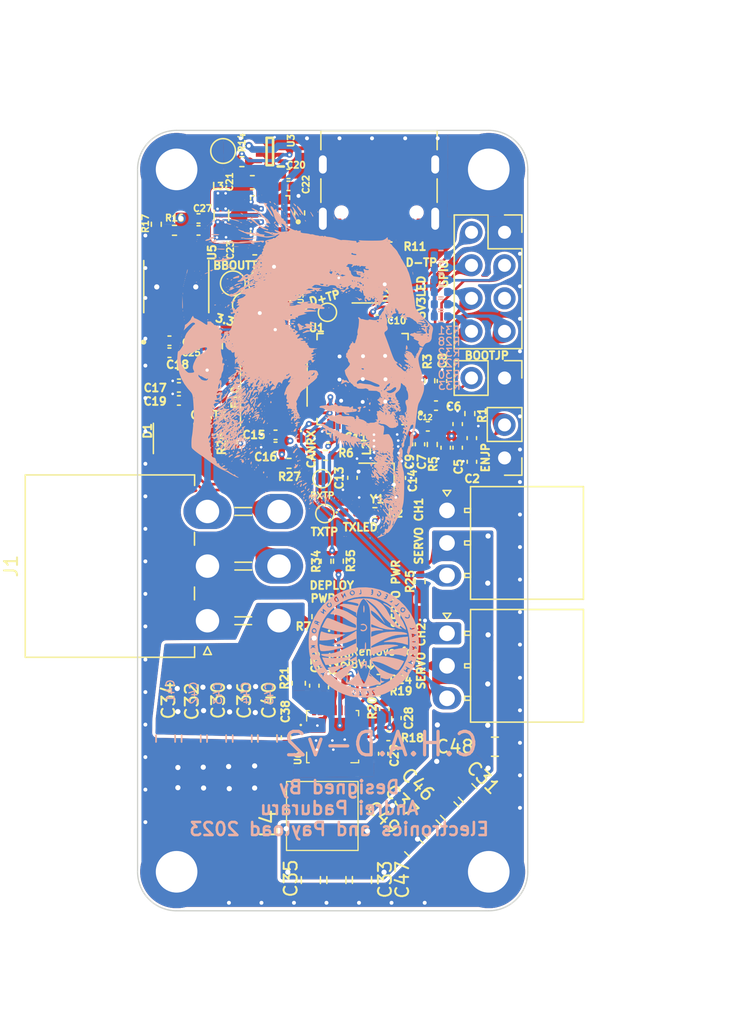
<source format=kicad_pcb>
(kicad_pcb (version 20221018) (generator pcbnew)
  (layers (0 "F.Cu" signal) (1 "In1.Cu" power) (2 "In2.Cu" power) (31 "B.Cu" signal) (34 "B.Paste" user) (35 "F.Paste" user) (36 "B.SilkS" user "B.Silkscreen") (37 "F.SilkS" user "F.Silkscreen") (38 "B.Mask" user) (39 "F.Mask" user) (44 "Edge.Cuts" user))
  (net 0 "")
  (net 1 "GND")
  (net 2 "Net-(3V3LED1-A)")
  (net 3 "Net-(12VLED1-A)")
  (net 4 "/BOOT")
  (net 5 "+3V3")
  (net 6 "/CHIP_PU")
  (net 7 "Net-(C6-Pad1)")
  (net 8 "Net-(C12-Pad1)")
  (net 9 "Net-(U1-LNA_IN{slash}RF)")
  (net 10 "Net-(U1-XTAL_N)")
  (net 11 "Net-(C14-Pad1)")
  (net 12 "Net-(JP1-B)")
  (net 13 "/CAN+")
  (net 14 "/CAN-")
  (net 15 "VBUS")
  (net 16 "/Data-")
  (net 17 "/Data+")
  (net 18 "RBUS_uC_V")
  (net 19 "+12V")
  (net 20 "/CAN-BUS/Vref")
  (net 21 "Net-(U6-V_DRV)")
  (net 22 "/Servo1PWM")
  (net 23 "/TXD")
  (net 24 "Net-(J5-CC1)")
  (net 26 "Net-(J5-CC2)")
  (net 28 "Net-(U1-XTAL_P)")
  (net 29 "Net-(TXLED1-A)")
  (net 30 "Net-(U1-U0TXD{slash}PROG{slash}GPIO43)")
  (net 31 "Net-(U2-Rs)")
  (net 32 "Net-(USBLED1-A)")
  (net 33 "Net-(U3-ST)")
  (net 34 "/BuckPGOOD")
  (net 35 "Net-(U6-MODE_2)")
  (net 36 "Net-(U6-_MODE_1)")
  (net 50 "/GPIO0")
  (net 51 "/GPIO1")
  (net 62 "/CAN_TX")
  (net 63 "/CAN_RX")
  (net 65 "/Power/BBIN")
  (net 66 "/Power/BIAS")
  (net 67 "/Power/BBOUT")
  (net 68 "/Power/LX1")
  (net 69 "/Power/LX2")
  (net 70 "/Power/SEL")
  (net 71 "/Power/FBIn")
  (net 72 "+6V")
  (net 73 "/Servo2PWM")
  (net 75 "/buckC/SW")
  (net 84 "/buckC/VDD")
  (net 85 "/buckC/FB")
  (net 88 "/buckC/BOOT")
  (net 89 "/buckC/PHASE")
  (net 91 "Net-(C39-Pad2)")
  (net 92 "/GPIO2")
  (net 93 "/GPIO3")
  (net 94 "/GPIO4")
  (net 95 "/GPIO5")
  (net 96 "/RXD")
  (net 98 "Net-(CANRXLED1-A)")
  (net 99 "Net-(CANTXLED1-A)")
  (net 100 "Net-(SERVOLED1-A)")
  (net 101 "/buckC/PGOOD")
  (footprint "Capacitor_SMD:C_0603_1608Metric" (layer "F.Cu") (at 40.823958 46.080869 180)
    (fp_text reference "C21")
    (fp_text value "10uF")
  )
  (footprint "TestPoint:TestPoint_Pad_D1.0mm" (layer "F.Cu") (at 46.18 68.87 -90)
    (fp_text reference "TP10" hide)
    (fp_text value "TestPoint" hide)
  )
  (footprint "LED_SMD:LED_0402_1005Metric" (layer "F.Cu") (at 46.725 79.475 90)
    (fp_text reference "12VLED1" hide)
    (fp_text value "12V_LED" hide)
  )
  (footprint "Capacitor_SMD:C_0805_2012Metric" (layer "F.Cu") (at 41.977033 88.836154 -90)
    (fp_text reference "C40")
    (fp_text value "22uF")
  )
  (footprint "Connector_Molex:Molex_Nano-Fit_105313-xx03_1x03_P2.50mm_Horizontal" (layer "F.Cu") (at 55.79159 80.754955)
    (fp_text reference "J4" hide)
    (fp_text value "ServoCH2")
  )
  (footprint "Capacitor_SMD:C_0402_1005Metric" (layer "F.Cu") (at 46.678 65.769 180)
    (fp_text reference "C11")
    (fp_text value "0.1uF")
  )
  (footprint "Capacitor_SMD:C_0402_1005Metric" (layer "F.Cu") (at 35.177 62.857)
    (fp_text reference "C19")
    (fp_text value "220pF")
  )
  (footprint "Resistor_SMD:R_0402_1005Metric" (layer "F.Cu") (at 46.45 67.075)
    (fp_text reference "R6")
    (fp_text value "499")
  )
  (footprint "MountingHole:MountingHole_3.2mm_M3_DIN965_Pad" (layer "F.Cu") (at 59 99.09)
    (fp_text reference "H3" hide)
    (fp_text value "MountingHole_Pad")
  )
  (footprint "Resistor_SMD:R_0402_1005Metric" (layer "F.Cu") (at 44.461814 48.436492 90)
    (fp_text reference "R15" hide)
    (fp_text value "14k")
  )
  (footprint "Resistor_SMD:R_0402_1005Metric" (layer "F.Cu") (at 50.25 71.475 180)
    (fp_text reference "R2")
    (fp_text value "470")
  )
  (footprint "Capacitor_SMD:C_0805_2012Metric" (layer "F.Cu") (at 57.375 93.025 -45)
    (fp_text reference "C31")
    (fp_text value "22uF")
  )
  (footprint "Resistor_SMD:R_0402_1005Metric" (layer "F.Cu") (at 33.44 49.31 90)
    (fp_text reference "R17")
    (fp_text value "10k")
  )
  (footprint "Package_TO_SOT_SMD:SOT-143" (layer "F.Cu") (at 49.15 53.8 180)
    (fp_text reference "D2")
    (fp_text value "SP0503BAHT")
  )
  (footprint "Resistor_SMD:R_0402_1005Metric" (layer "F.Cu") (at 57.547368 63.862534 90)
    (fp_text reference "R1")
    (fp_text value "10K")
  )
  (footprint "Capacitor_SMD:C_0402_1005Metric" (layer "F.Cu") (at 51.280815 88.649 180)
    (fp_text reference "R18")
    (fp_text value "10k")
  )
  (footprint "iclr:SmallerSolderJP" (layer "F.Cu") (at 43.473 56.906 180)
    (fp_text reference "JP1" hide)
    (fp_text value "TermJP")
  )
  (footprint "LED_SMD:LED_0402_1005Metric" (layer "F.Cu") (at 48.396 71.466)
    (fp_text reference "TXLED1" hide)
    (fp_text value "TX_LED" hide)
  )
  (footprint "Capacitor_SMD:C_0402_1005Metric" (layer "F.Cu") (at 51.901446 87.273161 -90)
    (fp_text reference "C28")
    (fp_text value "1uF")
  )
  (footprint "Resistor_SMD:R_0402_1005Metric" (layer "F.Cu") (at 46.49 75.22 90)
    (fp_text reference "R34")
    (fp_text value "2.2k")
  )
  (footprint "Resistor_SMD:R_0603_1608Metric" (layer "F.Cu") (at 39.041 58.647 90)
    (fp_text reference "R8")
    (fp_text value "0")
  )
  (footprint "Capacitor_SMD:C_0402_1005Metric" (layer "F.Cu") (at 56.611276 64.669597 90)
    (fp_text reference "C1" hide)
    (fp_text value "10uF")
  )
  (footprint "Connector_PinHeader_2.54mm:PinHeader_1x02_P2.54mm_Vertical" (layer "F.Cu") (at 60.216232 67.27266 180)
    (fp_text reference "ENJUMPER1" hide)
    (fp_text value "Conn_01x02_Male" hide)
  )
  (footprint "Capacitor_SMD:C_0402_1005Metric" (layer "F.Cu") (at 42.606 66.42 180)
    (fp_text reference "C16")
    (fp_text value "10uF")
  )
  (footprint "LED_SMD:LED_0402_1005Metric" (layer "F.Cu") (at 53.723588 78.63568 90)
    (fp_text reference "SERVOLED1" hide)
    (fp_text value "6V_LED")
  )
  (footprint "Resistor_SMD:R_0402_1005Metric" (layer "F.Cu") (at 52.1 55.15 -90)
    (fp_text reference "R4" hide)
    (fp_text value "470" hide)
  )
  (footprint "Capacitor_SMD:C_0402_1005Metric" (layer "F.Cu") (at 50.531011 85.202858 180)
    (fp_text reference "R19")
    (fp_text value "130k")
  )
  (footprint "Capacitor_SMD:C_0402_1005Metric" (layer "F.Cu") (at 57.7 65.75 -90)
    (fp_text reference "C3" hide)
    (fp_text value "0.1uF")
  )
  (footprint "TestPoint:TestPoint_Pad_D1.5mm" (layer "F.Cu") (at 39.325 53.85)
    (fp_text reference "TP8" hide)
    (fp_text value "TestPoint")
  )
  (footprint "Capacitor_SMD:C_0402_1005Metric" (layer "F.Cu") (at 43.414 88.751 -90)
    (fp_text reference "C38")
    (fp_text value "100nF")
  )
  (footprint "Resistor_SMD:R_0402_1005Metric" (layer "F.Cu") (at 45.789 79.477 90)
    (fp_text reference "R7")
    (fp_text value "3k")
  )
  (footprint "Capacitor_SMD:C_0402_1005Metric" (layer "F.Cu") (at 35.179 60.854)
    (fp_text reference "C18")
    (fp_text value "220pF")
  )
  (footprint "Resistor_SMD:R_0603_1608Metric" (layer "F.Cu") (at 37.57 62.584)
    (fp_text reference "R10")
    (fp_text value "60")
  )
  (footprint "Capacitor_SMD:C_0402_1005Metric" (layer "F.Cu") (at 52.792598 66.221775 -90)
    (fp_text reference "C9")
    (fp_text value "10nF")
  )
  (footprint "Inductor_SMD:L_0402_1005Metric" (layer "F.Cu") (at 55.7 64.65 90)
    (fp_text reference "L1" hide)
    (fp_text value "2.0nH")
  )
  (footprint "Connector_USB:USB_C_Receptacle_Palconn_UTC16-G" (layer "F.Cu") (at 50.563 46.952 180)
    (fp_text reference "J5" hide)
    (fp_text value "USB_C_Receptacle_USB2.0")
  )
  (footprint "Capacitor_SMD:C_0402_1005Metric" (layer "F.Cu") (at 35.177 61.851 180)
    (fp_text reference "C17")
    (fp_text value "47nF")
  )
  (footprint "Capacitor_SMD:C_0402_1005Metric" (layer "F.Cu") (at 55.400456 61.36304 -90)
    (fp_text reference "C8")
    (fp_text value "0.1uF")
  )
  (footprint "Capacitor_SMD:C_0603_1608Metric" (layer "F.Cu") (at 44.389 84.596 90)
    (fp_text reference "R21")
    (fp_text value "2.2")
  )
  (footprint "iclr:SOIC127P599X175-9N" (layer "F.Cu") (at 34.975 54.1 90)
    (fp_text reference "U5")
    (fp_text value "SC4215")
  )
  (footprint "Capacitor_SMD:C_0402_1005Metric" (layer "F.Cu") (at 43.601814 45.436492)
    (fp_text reference "C20")
    (fp_text value "10uF")
  )
  (footprint "TestPoint:TestPoint_Pad_D1.0mm" (layer "F.Cu") (at 51.75 52.725)
    (fp_text reference "TP1" hide)
    (fp_text value "TestPoint" hide)
  )
  (footprint "Capacitor_SMD:C_0402_1005Metric" (layer "F.Cu") (at 52.239 68.809 -90)
    (fp_text reference "C14")
    (fp_text value "C")
  )
  (footprint "Resistor_SMD:R_0402_1005Metric" (layer "F.Cu") (at 39.2919 66.139746 90)
    (fp_text reference "R26")
    (fp_text value "1k")
  )
  (footprint "Capacitor_SMD:C_0402_1005Metric" (layer "F.Cu") (at 55.690682 66.487393 -90)
    (fp_text reference "C4" hide)
    (fp_text value "1uF")
  )
  (footprint "Connector_PinSocket_2.54mm:PinSocket_2x04_P2.54mm_Vertical" (layer "F.Cu") (at 60.215722 49.923068)
    (fp_text reference "J2" hide)
    (fp_text value "GPIO Breakout")
  )
  (footprint "Resistor_SMD:R_0402_1005Metric" (layer "F.Cu") (at 43.64 67.69)
    (fp_text reference "R27")
    (fp_text value "1k")
  )
  (footprint "Capacitor_SMD:C_0805_2012Metric" (layer "F.Cu") (at 59.475 89.475)
    (fp_text reference "C48")
    (fp_text value "DNP")
  )
  (footprint "Capacitor_SMD:C_0603_1608Metric" (layer "F.Cu") (at 41.011814 51.151492 180)
    (fp_text reference "C23")
    (fp_text value "22uF")
  )
  (footprint "Resistor_SMD:R_0402_1005Metric" (layer "F.Cu") (at 54.47 61.34 -90)
    (fp_text reference "R3")
    (fp_text value "10K")
  )
  (footprint "iclr:SRP5050FA5R6M" (layer "F.Cu") (at 46.2 94.8)
    (fp_text reference "L4")
    (fp_text value "5.6uH" hide)
  )
  (footprint "Connector_PinHeader_2.54mm:PinHeader_1x02_P2.54mm_Vertical" (layer "F.Cu") (at 60.214778 61.126857 -90)
    (fp_text reference "BOOTJUMPER1" hide)
    (fp_text value "Conn_01x02_Male" hide)
  )
  (footprint "Resistor_SMD:R_0402_1005Metric" (layer "F.Cu") (at 51.399123 51.052799 180)
    (fp_text reference "R11")
    (fp_text value "5.1k")
  )
  (footprint "TestPoint:TestPoint_Pad_D1.0mm" (layer "F.Cu") (at 46.6 56.075)
    (fp_text reference "TP2" hide)
    (fp_text value "TestPoint" hide)
  )
  (footprint "Capacitor_SMD:C_0805_2012Metric" (layer "F.Cu") (at 38.073719 88.847544 -90)
    (fp_text reference "C30")
    (fp_text value "22uF")
  )
  (footprint "Resistor_SMD:R_0402_1005Metric" (layer "F.Cu") (at 53.725 76.775 -90)
    (fp_text reference "R25")
    (fp_text value "1k")
  )
  (footprint "Capacitor_SMD:C_0402_1005Metric" (layer "F.Cu") (at 57.705879 67.570458 -90)
    (fp_text reference "C2")
    (fp_text value "1uF")
  )
  (footprint "Capacitor_SMD:C_0805_2012Metric" (layer "F.Cu") (at 49.251136 99.719776 -90)
    (fp_text reference "C47")
    (fp_text value "DNP")
  )
  (footprint "Capacitor_SMD:C_0805_2012Metric" (layer "F.Cu") (at 40.043719 88.847544 -90)
    (fp_text reference "C36")
    (fp_text value "22uF")
  )
  (footprint "Capacitor_SMD:C_0402_1005Metric" (layer "F.Cu") (at 34.45 58.264215 180)
    (fp_text reference "C24")
    (fp_text value "10uF")
  )
  (footprint "Capacitor_SMD:C_0402_1005Metric" (layer "F.Cu") (at 56.610682 66.488393 -90)
    (fp_text reference "C5")
    (fp_text value "0.1uF")
  )
  (footprint "LED_SMD:LED_0402_1005Metric" (layer "F.Cu") (at 39.3 64.275 -90)
    (fp_text reference "CANTXLED1" hide)
    (fp_text value "CANTXLED")
  )
  (footprint "Capacitor_SMD:C_0805_2012Metric" (layer "F.Cu") (at 54.621751 95.821751 -45)
    (fp_text reference "C46")
    (fp_text value "DNP")
  )
  (footprint "Capacitor_SMD:C_0805_2012Metric" (layer "F.Cu") (at 34.153017 88.842418 -90)
    (fp_text reference "C34")
    (fp_text value "22uF")
  )
  (footprint "Inductor_SMD:L_0402_1005Metric" (layer "F.Cu") (at 51.32 66.393616 -90)
    (fp_text reference "L2")
    (fp_text value "20nH")
  )
  (footprint "Resistor_SMD:R_0402_1005Metric" (layer "F.Cu") (at 47.44 75.21 -90)
    (fp_text reference "R35")
    (fp_text value "1.5k")
  )
  (footprint "Resistor_SMD:R_0402_1005Metric" (layer "F.Cu") (at 40.019814 44.496492)
    (fp_text reference "R14")
    (fp_text value "10k")
  )
  (footprint "MountingHole:MountingHole_3.2mm_M3_DIN965_Pad" (layer "F.Cu") (at 35 45.09)
    (fp_text reference "H4" hide)
    (fp_text value "MountingHole_Pad")
  )
  (footprint "LED_SMD:LED_0402_1005Metric" (layer "F.Cu") (at 43.731463 54.10524 90)
    (fp_text reference "USBLED1" hide)
    (fp_text value "USB_LED" hide)
  )
  (footprint "Capacitor_SMD:C_0805_2012Metric" (layer "F.Cu") (at 45.325 99.725 -90)
    (fp_text reference "C35")
    (fp_text value "22uF")
  )
  (footprint "Capacitor_SMD:C_0402_1005Metric" (layer "F.Cu") (at 47.039 84.911 90)
    (fp_text reference "R23")
    (fp_text value "100k")
  )
  (footprint "TestPoint:TestPoint_Pad_D1.5mm" (layer "F.Cu") (at 45.35 52.4)
    (fp_text reference "TP7" hide)
    (fp_text value "TestPoint" hide)
  )
  (footprint "iclr:SOTFL50P160X60-8N" (layer "F.Cu") (at 42.169814 43.716492 180)
    (fp_text reference "U3")
    (fp_text value "LM66200DRLR" hide)
  )
  (footprint "Capacitor_SMD:C_0805_2012Metric" (layer "F.Cu") (at 47.287261 99.725005 -90)
    (fp_text reference "C33")
    (fp_text value "22uF")
  )
  (footprint "Inductor_SMD:L_0805_2012Metric" (layer "F.Cu") (at 38.443853 48.624058 -90)
    (fp_text reference "L3")
    (fp_text value "1uH")
  )
  (footprint "Connector_Molex:Molex_Nano-Fit_105313-xx03_1x03_P2.50mm_Horizontal" (layer "F.Cu") (at 55.79 71.309458)
    (fp_text reference "J3" hide)
    (fp_text value "ServoCH1")
  )
  (footprint "TestPoint:TestPoint_Pad_D1.0mm" (layer "F.Cu") (at 46.4 71.55 -90)
    (fp_text reference "TP9" hide)
    (fp_text value "TestPoint" hide)
  )
  (footprint "iclr:QFN40P700X700X90-57N" (layer "F.Cu") (at 49.3 61.21 180)
    (fp_text reference "U1")
    (fp_text value "ESP32-S3")
  )
  (footprint "TestPoint:TestPoint_Pad_D1.5mm" (layer "F.Cu") (at 41.474 53.786)
    (fp_text reference "TP5" hide)
    (fp_text value "TestPoint" hide)
  )
  (footprint "Package_SO:SOIC-8_3.9x4.9mm_P1.27mm" (layer "F.Cu") (at 42.476 61.34 90)
    (fp_text reference "U2")
    (fp_text value "SN65HVD230")
  )
  (footprint "Capacitor_SMD:C_0402_1005Metric" (layer "F.Cu") (at 36.685508 48.864814 180)
    (fp_text reference "C27")
    (fp_text value "0.1uF")
  )
  (footprint "Resistor_SMD:R_0402_1005Metric" (layer "F.Cu") (at 47.075 52.275 90)
    (fp_text reference "R12" hide)
    (fp_text value "5.1k")
  )
  (footprint "Capacitor_SMD:C_0805_2012Metric" (layer "F.Cu") (at 53.247287 97.221087 -45)
    (fp_text reference "C49")
    (fp_text value "DNP")
  )
  (footprint "Resistor_SMD:R_0603_1608Metric" (layer "F.Cu") (at 37.57 61.127 180)
    (fp_text reference "R9")
    (fp_text value "60")
  )
  (footprint "MountingHole:MountingHole_3.2mm_M3_DIN965_Pad" (layer "F.Cu") (at 59 45.09)
    (fp_text reference "H2" hide)
    (fp_text value "MountingHole_Pad")
  )
  (footprint "Capacitor_SMD:C_0402_1005Metric" (layer "F.Cu") (at 50.973488 86.575891 90)
    (fp_text reference "R20")
    (fp_text value "10k")
  )
  (footprint "Capacitor_SMD:C_0402_1005Metric" (layer "F.Cu") (at 50.889 90.016 -90)
    (fp_text reference "C29")
    (fp_text value "4.7uF")
  )
  (footprint "iclr:SiC437BEDT1GE3" (layer "F.Cu") (at 47 88.7)
    (fp_text reference "U6")
    (fp_text value "SiC437BED-T1-GE3" hide)
  )
  (footprint "Connector_Molex:Molex_Mini-Fit_Jr_5569-06A2_2x03_P4.20mm_Horizontal" (layer "F.Cu") (at 37.375 79.79 90)
    (fp_text reference "J1")
    (fp_text value "RBUS")
  )
  (footprint "LED_SMD:LED_0402_1005Metric" (layer "F.Cu") (at 44.560437 66.294761 -90)
    (fp_text reference "CANRXLED1" hide)
    (fp_text value "CANRXLED")
  )
  (footprint "MountingHole:MountingHole_3.2mm_M3_DIN965_Pad" (layer "F.Cu") (at 35 99.09)
    (fp_text reference "H1" hide)
    (fp_text value "MountingHole_Pad")
  )
  (footprint "TestPoint:TestPoint_Pad_D1.5mm" (layer "F.Cu") (at 38.575 43.675)
    (fp_text reference "TP4" hide)
    (fp_text value "TestPoint")
  )
  (footprint "Capacitor_SMD:C_0402_1005Metric" (layer "F.Cu") (at 54.944243 63.252642)
    (fp_text reference "C6")
    (fp_text value "0.1uF")
  )
  (footprint "Capacitor_SMD:C_0402_1005Metric" (layer "F.Cu") (at 42.606 65.5 180)
    (fp_text reference "C15")
    (fp_text value "100nF")
  )
  (footprint "Capacitor_SMD:C_0402_1005Metric" (layer "F.Cu") (at 43.601814 46.356492)
    (fp_text reference "C22")
    (fp_text value "1uF")
  )
  (footprint "Capacitor_SMD:C_0402_1005Metric" (layer "F.Cu") (at 48.52 68.802 90)
    (fp_text reference "C13")
    (fp_text value "C")
  )
  (footprint "Capacitor_SMD:C_0805_2012Metric" (layer "F.Cu") (at 36.117007 88.846938 -90)
    (fp_text reference "C32")
    (fp_text value "22uF")
  )
  (footprint "Capacitor_SMD:C_0402_1005Metric" (layer "F.Cu") (at 34.450018 59.186291 180)
    (fp_text reference "C25")
    (fp_text value "4.7uF")
  )
  (footprint "Resistor_SMD:R_0402_1005Metric" (layer "F.Cu") (at 34.838223 49.774814 180)
    (fp_text reference "R16")
    (fp_text value "56k")
  )
  (footprint "Capacitor_SMD:C_0805_2012Metric" (layer "F.Cu") (at 56 94.425 -45)
    (fp_text reference "C37")
    (fp_text value "22uF")
  )
  (footprint "Capacitor_SMD:C_0402_1005Metric" (layer "F.Cu") (at 50.531011 84.281579 180)
    (fp_text reference "R24")
    (fp_text value "294k")
  )
  (footprint "Resistor_SMD:R_0402_1005Metric" (layer "F.Cu") (at 54.659049 66.239313 90)
    (fp_text reference "R5")
    (fp_text value "47.5")
  )
  (footprint "Capacitor_SMD:C_0402_1005Metric" (layer "F.Cu") (at 50.399576 56.651006)
    (fp_text reference "C10")
    (fp_text value "0.1uF")
  )
  (footprint "Capacitor_SMD:C_0402_1005Metric" (layer "F.Cu") (at 36.685508 49.784814 180)
    (fp_text reference "C26" hide)
    (fp_text value "10uF")
  )
  (footprint "Capacitor_SMD:C_0402_1005Metric" (layer "F.Cu") (at 53.712052 66.222194 -90)
    (fp_text reference "C7")
    (fp_text value "1uF")
  )
  (footprint "Capacitor_SMD:C_0402_1005Metric" (layer "F.Cu") (at 47.979 84.911 90)
    (fp_text reference "R22")
    (fp_text value "100k")
  )
  (footprint "Capacitor_SMD:C_0402_1005Metric" (layer "F.Cu") (at 45.589 84.786 90)
    (fp_text reference "C39")
    (fp_text value "0.1uF")
  )
  (footprint "Package_TO_SOT_SMD:SOT-23" (layer "F.Cu") (at 34.774999 65.2625 90)
    (fp_text reference "D1")
    (fp_text value "SM712_SOT23")
  )
  (footprint "Resistor_SMD:R_0402_1005Metric" (layer "F.Cu") (at 43.728248 52.245391 -90)
    (fp_text reference "R13" hide)
    (fp_text value "470")
  )
  (footprint "Crystal:Crystal_SMD_2016-4Pin_2.0x1.6mm" (layer "F.Cu") (at 50.378 68.828 180)
    (fp_text reference "Y1")
    (fp_text value "40MHz±10ppm")
  )
  (footprint "LED_SMD:LED_0402_1005Metric" (layer "F.Cu") (at 53.043159 55.145521 90)
    (fp_text reference "3V3LED1" hide)
    (fp_text value "3V3LED" hide)
  )
  (footprint "Capacitor_SMD:C_0402_1005Metric" (layer "F.Cu") (at 54.316095 64.847354 180)
    (fp_text reference "C12")
    (fp_text value "4.2pF")
  )
  (footprint "iclr:CONV_MAX77827AEFD+T" (layer "F.Cu") (at 42.191814 48.619418 180)
    (fp_text reference "U4")
    (fp_text value "MAX77827AEFD+T")
  )
  (footprint "TestPoint:TestPoint_Pad_D1.5mm" (layer "F.Cu") (at 40.248289 55.51474 -75)
    (fp_text reference "TP6" hide)
    (fp_text value "TestPoint")
  )
  (footprint "Capacitor_SMD:C_0805_2012Metric" (layer "B.Cu") (at 42 88.85 -90)
    (fp_text reference "C45")
    (fp_text value "DNP")
  )
  (footprint "LOGO" (layer "B.Cu") (at 44.9 60.025 180)
    (fp_text reference "G***" hide)
    (fp_text value "LOGO" hide)
  )
  (footprint "Resistor_SMD:R_0402_1005Metric" (layer "B.Cu") (at 55.323359 56.398345)
    (fp_text reference "R33")
    (fp_text value "DNP")
  )
  (footprint "Capacitor_SMD:C_0805_2012Metric" (layer "B.Cu") (at 38.075 88.85 -90)
    (fp_text reference "C43")
    (fp_text value "DNP")
  )
  (footprint "Resistor_SMD:R_0402_1005Metric" (layer "B.Cu") (at 55.325 52.65)
    (fp_text reference "R28")
    (fp_text value "DNP")
  )
  (footprint "Capacitor_SMD:C_0805_2012Metric" (layer "B.Cu") (at 36.125 88.85 -90)
    (fp_text reference "C42")
    (fp_text value "DNP")
  )
  (footprint "Capacitor_SMD:C_0805_2012Metric" (layer "B.Cu") (at 40.05 88.85 -90)
    (fp_text reference "C44")
    (fp_text value "DNP")
  )
  (footprint "iclr:iclr_logo" (layer "B.Cu") (at 49.4 81.45 180)
    (fp_text reference "LOGO1" hide)
    (fp_text value "ICLR LOGO" hide)
  )
  (footprint "Resistor_SMD:R_0402_1005Metric" (layer "B.Cu") (at 55.325 53.575)
    (fp_text reference "R29")
    (fp_text value "DNP")
  )
  (footprint "Resistor_SMD:R_0402_1005Metric" (layer "B.Cu") (at 55.325184 55.460437)
    (fp_text reference "R32")
    (fp_text value "DNP")
  )
  (footprint "Resistor_SMD:R_0402_1005Metric" (layer "B.Cu") (at 55.324516 51.705161)
    (fp_text reference "R31")
    (fp_text value "DNP")
  )
  (footprint "Resistor_SMD:R_0402_1005Metric" (layer "B.Cu") (at 55.324682 54.517718)
    (fp_text reference "R30")
    (fp_text value "DNP")
  )
  (footprint "Capacitor_SMD:C_0805_2012Metric" (layer "B.Cu") (at 34.15 88.85 -90)
    (fp_text reference "C41")
    (fp_text value "DNP")
  )
  (gr_line (start 49.925 83.475) (end 49.725 83.275) (stroke (width 0.15)) (layer "F.SilkS"))
  (gr_line (start 49.925 83.475) (end 50.125 83.275) (stroke (width 0.15)) (layer "F.SilkS"))
  (gr_line (start 49.925 82.825) (end 49.925 83.475) (stroke (width 0.15)) (layer "F.SilkS"))
  (gr_arc locked (start 32 45.09) (mid 32.87868 42.96868) (end 35 42.09) (stroke (width 0.1)) (layer "Edge.Cuts"))
  (gr_line locked (start 59 42.09) (end 35 42.09) (stroke (width 0.1)) (layer "Edge.Cuts"))
  (gr_line locked (start 35 102.09) (end 59 102.09) (stroke (width 0.1)) (layer "Edge.Cuts"))
  (gr_arc locked (start 59 42.09) (mid 61.12132 42.96868) (end 62 45.09) (stroke (width 0.1)) (layer "Edge.Cuts"))
  (gr_arc locked (start 62 99.09) (mid 61.12132 101.21132) (end 59 102.09) (stroke (width 0.1)) (layer "Edge.Cuts"))
  (gr_line locked (start 32 45.09) (end 32 99.09) (stroke (width 0.1)) (layer "Edge.Cuts"))
  (gr_arc locked (start 35 102.09) (mid 32.87868 101.21132) (end 32 99.09) (stroke (width 0.1)) (layer "Edge.Cuts"))
  (gr_line locked (start 62 99.09) (end 62 45.09) (stroke (width 0.1)) (layer "Edge.Cuts"))
  (gr_text "C.H.A.D-v2\n" (at 58.35 89.275) (layer "B.SilkS") (effects (font (size 1.8 1.8) (thickness 0.25)) (justify left mirror)))
  (gr_text "Designed By\nAndrei Paduraru\nElectronics and Payload 2023" (at 47.5 94.2) (layer "B.SilkS") (effects (font (size 1 1) (thickness 0.2)) (justify mirror)))
  (gr_text_box "Remove for\n8V" (start 47.85875 81.355) (end 54.42125 83.03) (layer "F.SilkS") (effects (font (size 0.6 0.6) (thickness 0.125) bold) (justify left top)))
  (segment (start 45.641 65.769) (end 45.64 65.77) (width 0.2) (layer "F.Cu") (net 1))
  (segment (start 48.981 87.806) (end 47.606 87.806) (width 0.3) (layer "F.Cu") (net 1))
  (segment (start 47.47 53.355988) (end 47.47 53.43) (width 0.25) (layer "F.Cu") (net 1))
  (segment (start 47.075 52.978663) (end 47.425 53.328663) (width 0.25) (layer "F.Cu") (net 1))
  (segment (start 47.421948 53.307936) (end 47.47 53.355988) (width 0.25) (layer "F.Cu") (net 1))
  (segment (start 55.425 60.475) (end 55.425 61.023496) (width 0.2) (layer "F.Cu") (net 1))
  (segment (start 51.508581 56.651006) (end 51.499587 56.651006) (width 0.5) (layer "F.Cu") (net 1))
  (segment (start 50.973488 87.055891) (end 50.429109 87.055891) (width 0.25) (layer "F.Cu") (net 1))
  (segment (start 46.19 65.761) (end 46.198 65.769) (width 0.4) (layer "F.Cu") (net 1))
  (segment (start 39.770814 51.147492) (end 39.787814 51.164492) (width 1) (layer "F.Cu") (net 1))
  (segment (start 47.039 84.431) (end 47.039 84.239) (width 0.25) (layer "F.Cu") (net 1))
  (segment (start 49.679 87.806) (end 48.981 87.806) (width 0.25) (layer "F.Cu") (net 1))
  (segment (start 41.092424 48.617197) (end 39.960649 48.617197) (width 0.36) (layer "F.Cu") (net 1))
  (segment (start 51.591839 86.793161) (end 51.329109 87.055891) (width 0.25) (layer "F.Cu") (net 1))
  (segment (start 47.025 84.417) (end 47.039 84.431) (width 0.25) (layer "F.Cu") (net 1))
  (segment (start 47.075 52.785) (end 47.075 52.978663) (width 0.25) (layer "F.Cu") (net 1))
  (segment (start 46.198 65.769) (end 45.641 65.769) (width 0.4) (layer "F.Cu") (net 1))
  (segment (start 47.544012 53.43) (end 47.442675 53.328663) (width 0.25) (layer "F.Cu") (net 1))
  (segment (start 47.55 87.85) (end 47.55 87.862) (width 0.2) (layer "F.Cu") (net 1))
  (segment (start 38.92 48.65) (end 37.75 48.65) (width 0.25) (layer "F.Cu") (net 1))
  (segment (start 47.562 87.85) (end 47.55 87.85) (width 0.2) (layer "F.Cu") (net 1))
  (segment (start 39.770814 46.029029) (end 39.770814 51.147492) (width 1) (layer "F.Cu") (net 1))
  (segment (start 47.606 87.806) (end 47.562 87.85) (width 0.2) (layer "F.Cu") (net 1))
  (segment (start 50.429109 87.055891) (end 49.679 87.806) (width 0.25) (layer "F.Cu") (net 1))
  (segment (start 37.75 48.65) (end 37.73 48.67) (width 0.25) (layer "F.Cu") (net 1))
  (segment (start 47.039 84.239) (end 46.675 83.875) (width 0.25) (layer "F.Cu") (net 1))
  (segment (start 51.901446 86.793161) (end 51.591839 86.793161) (width 0.25) (layer "F.Cu") (net 1))
  (segment (start 46.19 65.24) (end 46.19 65.761) (width 0.4) (layer "F.Cu") (net 1))
  (segment (start 51.52 56.66) (end 51.508581 56.651006) (width 0.5) (layer "F.Cu") (net 1))
  (segment (start 51.490593 56.651006) (end 51.52 56.66) (width 0.5) (layer "F.Cu") (net 1))
  (segment (start 55.425 61.023496) (end 55.405456 61.04304) (width 0.2) (layer "F.Cu") (net 1))
  (segment (start 47.55 87.862) (end 47.531 87.881) (width 0.2) (layer "F.Cu") (net 1))
  (segment (start 50.879576 56.651006) (end 51.490593 56.651006) (width 0.5) (layer "F.Cu") (net 1))
  (segment (start 51.329109 87.055891) (end 50.973488 87.055891) (width 0.25) (layer "F.Cu") (net 1))
  (segment (start 47.47 53.43) (end 47.544012 53.43) (width 0.25) (layer "F.Cu") (net 1))
  (via (at 52.943363 69.756431) (size 0.45) (drill 0.2) (layers "F.Cu" "B.Cu") (net 1))
  (via (at 55.95 63.275) (size 0.45) (drill 0.2) (layers "F.Cu" "B.Cu") (net 1))
  (via (at 61.4 59.075) (size 0.6) (drill 0.3) (layers "F.Cu" "B.Cu") (net 1))
  (via (at 32.6 90.275) (size 0.6) (drill 0.3) (layers "F.Cu" "B.Cu") (net 1))
  (via (at 32.6 82.775) (size 0.6) (drill 0.3) (layers "F.Cu" "B.Cu") (net 1))
  (via (at 32.6 75.225) (size 0.6) (drill 0.3) (layers "F.Cu" "B.Cu") (net 1))
  (via (at 61.4 54.075) (size 0.6) (drill 0.3) (layers "F.Cu" "B.Cu") (net 1))
  (via (at 53.036254 68.805518) (size 0.45) (drill 0.2) (layers "F.Cu" "B.Cu") (net 1))
  (via (at 47.55 87.85) (size 0.45) (drill 0.2) (layers "F.Cu" "B.Cu") (net 1))
  (via (at 61.4 74.125) (size 0.6) (drill 0.3) (layers "F.Cu" "B.Cu") (net 1))
  (via (at 34.7 61.35) (size 0.45) (drill 0.2) (layers "F.Cu" "B.Cu") (net 1))
  (via (at 46.19 65.24) (size 0.45) (drill 0.2) (layers "F.Cu" "B.Cu") (net 1))
  (via (at 55.125 67.325) (size 0.45) (drill 0.2) (layers "F.Cu" "B.Cu") (net 1))
  (via (at 47.522 61.252) (size 0.6) (drill 0.3) (layers "F.Cu" "B.Cu") (net 1))
  (via (at 52.04 66.394) (size 0.4) (drill 0.2) (layers "F.Cu" "B.Cu") (net 1))
  (via (at 35.1 92.625) (size 0.8) (drill 0.4) (layers "F.Cu" "B.Cu") (net 1))
  (via (at 61.4 76.625) (size 0.6) (drill 0.3) (layers "F.Cu" "B.Cu") (net 1))
  (via (at 50.17511 65.939332) (size 0.45) (drill 0.2) (layers "F.Cu" "B.Cu") (net 1))
  (via (at 33.475 54.125) (size 0.8) (drill 0.4) (layers "F.Cu" "B.Cu") (net 1))
  (via (at 50.373703 70.321851) (size 0.45) (drill 0.2) (layers "F.Cu" "B.Cu") (net 1))
  (via (at 35.1 91.075) (size 0.8) (drill 0.4) (layers "F.Cu" "B.Cu") (net 1))
  (via (at 46.975 89) (size 0.45) (drill 0.2) (layers "F.Cu" "B.Cu") (net 1))
  (via (at 32.6 67.725) (size 0.6) (drill 0.3) (layers "F.Cu" "B.Cu") (net 1))
  (via (at 50.025 42.7) (size 0.6) (drill 0.3) (layers "F.Cu" "B.Cu") (net 1))
  (via (at 32.6 60.175) (size 0.6) (drill 0.3) (layers "F.Cu" "B.Cu") (net 1))
  (via (at 47.779626 68.653703) (size 0.45) (drill 0.2) (layers "F.Cu" "B.Cu") (net 1))
  (via (at 45.025 42.7) (size 0.6) (drill 0.3) (layers "F.Cu" "B.Cu") (net 1))
  (via (at 32.6 72.725) (size 0.6) (drill 0.3) (layers "F.Cu" "B.Cu") (net 1))
  (via (at 51.059 61.227) (size 0.6) (drill 0.3) (layers "F.Cu" "B.Cu") (net 1))
  (via (at 51.047 62.943) (size 0.6) (drill 0.3) (layers "F.Cu" "B.Cu") (net 1))
  (via (at 61.4 81.625) (size 0.6) (drill 0.3) (layers "F.Cu" "B.Cu") (net 1))
  (via (at 55.425 60.475) (size 0.45) (drill 0.2) (layers "F.Cu" "B.Cu") (net 1))
  (via (at 37.075 92.65) (size 0.8) (drill 0.4) (layers "F.Cu" "B.Cu") (net 1))
  (via (at 51 53.925) (size 0.6) (drill 0.3) (layers "F.Cu" "B.Cu") (net 1))
  (via (at 32.6 87.775) (size 0.6) (drill 0.3) (layers "F.Cu" "B.Cu") (net 1))
  (via (at 41 92.65) (size 0.8) (drill 0.4) (layers "F.Cu" "B.Cu") (net 1))
  (via (at 41.5 66.45) (size 0.45) (drill 0.2) (layers "F.Cu" "B.Cu") (net 1))
  (via (at 47.47 53.43) (size 0.45) (drill 0.2) (layers "F.Cu" "B.Cu") (net 1))
  (via (at 55.075 42.7) (size 0.6) (drill 0.3) (layers "F.Cu" "B.Cu") (net 1))
  (via (at 61.4 89.175) (size 0.6) (drill 0.3) (layers "F.Cu" "B.Cu") (net 1))
  (via (at 32.6 85.275) (size 0.6) (drill 0.3) (layers "F.Cu" "B.Cu") (net 1))
  (via (at 45.775 89.7) (size 0.45) (drill 0.2) (layers "F.Cu" "B.Cu") (net 1))
  (via (at 45.725 89) (size 0.45) (drill 0.2) (layers "F.Cu" "B.Cu") (net 1))
  (via (at 47.53 59.471) (size 0.6) (drill 0.3) (layers "F.Cu" "B.Cu") (net 1))
  (via (at 61.4 94.175) (size 0.6) (drill 0.3) (layers "F.Cu" "B.Cu") (net 1))
  (via (at 45.575 81.125) (size 0.8) (drill 0.4) (layers "F.Cu" "B.Cu") (net 1))
  (via (at 39.025 101.475) (size 0.6) (drill 0.3) (layers "F.Cu" "B.Cu") (net 1))
  (via (at 50.17511 66.393332) (size 0.45) (drill 0.2) (layers "F.Cu" "B.Cu") (net 1))
  (via (at 32.6 77.725) (size 0.6) (drill 0.3) (layers "F.Cu" "B.Cu") (net 1))
  (via (at 53.020216 67.935546) (size 0.45) (drill 0.2) (layers "F.Cu" "B.Cu") (net 1))
  (via (at 49.914591 67.28674) (size 0.45) (drill 0.2) (layers "F.Cu" "B.Cu") (net 1))
  (via (at 49.025 101.475) (size 0.6) (drill 0.3) (layers "F.Cu" "B.Cu") (net 1))
  (via (at 58.2 64.825) (size 0.45) (drill 0.2) (layers "F.Cu" "B.Cu") (net 1))
  (via (at 50.17511 65.485332) (size 0.45) (drill 0.2) (layers "F.Cu" "B.Cu") (net 1))
  (via (at 46.675 83.875) (size 0.4) (drill 0.2) (layers "F.Cu" "B.Cu") (net 1))
  (via (at 61.4 79.125) (size 0.6) (drill 0.3) (layers "F.Cu" "B.Cu") (net 1))
  (via (at 48.99 68.322) (size 0.6) (drill 0.3) (layers "F.Cu" "B.Cu") (net 1))
  (via (at 32.6 92.775) (size 0.6) (drill 0.3) (layers "F.Cu" "B.Cu") (net 1))
  (via (at 54.075 101.475) (size 0.6) (drill 0.3) (layers "F.Cu" "B.Cu") (net 1))
  (via (at 51.706 69.327) (size 0.6) (drill 0.3) (layers "F.Cu" "B.Cu") (net 1))
  (via (at 32.6 54.975) (size 0.6) (drill 0.3) (layers "F.Cu" "B.Cu") (net 1))
  (via (at 45.61 65.77) (size 0.45) (drill 0.2) (layers "F.Cu" "B.Cu") (net 1))
  (via (at 52.04 65.94) (size 0.4) (drill 0.2) (layers "F.Cu" "B.Cu") (net 1))
  (via (at 61.4 84.175) (size 0.6) (drill 0.3) (layers "F.Cu" "B.Cu") (net 1))
  (via (at 61.4 66.625) (size 0.6) (drill 0.3) (layers "F.Cu" "B.Cu") (net 1))
  (via (at 32.5995 58.1) (size 0.6) (drill 0.3) (layers "F.Cu" "B.Cu") (net 1))
  (via (at 51.52 56.66) (size 0.45) (drill 0.2) (layers "F.Cu" "B.Cu") (net 1))
  (via (at 61.4 86.675) (size 0.6) (drill 0.3) (layers "F.Cu" "B.Cu") (net 1))
  (via (at 49.308 62.966) (size 0.6) (drill 0.3) (layers "F.Cu" "B.Cu") (net 1))
  (via (at 46.525 101.475) (size 0.6) (drill 0.3) (layers "F.Cu" "B.Cu") (net 1))
  (via (at 39.05 92.7) (size 0.8) (drill 0.4) (layers "F.Cu" "B.Cu") (net 1))
  (via (at 39.925 42.7) (size 0.6) (drill 0.3) (layers "F.Cu" "B.Cu") (net 1))
  (via (at 36.475 54.125) (size 0.8) (drill 0.4) (layers "F.Cu" "B.Cu") (net 1))
  (via (at 32.6 95.275) (size 0.6) (drill 0.3) (layers "F.Cu" "B.Cu") (net 1))
  (via (at 51.860446 70.311334) (size 0.45) (drill 0.2) (layers "F.Cu" "B.Cu") (net 1))
  (via (at 57.05 67.525) (size 0.45) (drill 0.2) (layers "F.Cu" "B.Cu") (net 1))
  (via (at 34.7 62.35) (size 0.45) (drill 0.2) (layers "F.Cu" "B.Cu") (net 1))
  (via (at 49.334 59.451) (size 0.6) (drill 0.3) (layers "F.Cu" "B.Cu") (net 1))
  (via (at 43.475 44.65) (size 0.45) (drill 0.2) (layers "F.Cu" "B.Cu") (net 1))
  (via (at 51.96 65.47) (size 0.4) (drill 0.2) (layers "F.Cu" "B.Cu") (net 1))
  (via (at 41.525 101.475) (size 0.6) (drill 0.3) (layers "F.Cu" "B.Cu") (net 1))
  (via (at 32.6 70.225) (size 0.6) (drill 0.3) (layers "F.Cu" "B.Cu") (net 1))
  (via (at 41.525 65.5) (size 0.45) (drill 0.2) (layers "F.Cu" "B.Cu") (net 1))
  (via (at 32.6 50.175) (size 0.6) (drill 0.3) (layers "F.Cu" "B.Cu") (net 1))
  (via (at 47.525 42.7) (size 0.6) (drill 0.3) (layers "F.Cu" "B.Cu") (net 1))
  (via (at 61.4 64.075) (size 0.6) (drill 0.3) (layers "F.Cu" "B.Cu") (net 1))
  (via (at 42.540216 42.61726) (size 0.45) (drill 0.2) (layers "F.Cu" "B.Cu") (net 1))
  (via (at 61.4 56.575) (size 0.6) (drill 0.3) (layers "F.Cu" "B.Cu") (net 1))
  (via (at 61.4 69.125) (size 0.6) (drill 0.3) (layers "F.Cu" "B.Cu") (net 1))
  (via (at 61.4 71.625) (size 0.6) (drill 0.3) (layers "F.Cu" "B.Cu") (net 1))
  (via (at 50.17511 66.847332) (size 0.45) (drill 0.2) (layers "F.Cu" "B.Cu") (net 1))
  (via (at 49.04 70.315311) (size 0.45) (drill 0.2) (layers "F.Cu" "B.Cu") (net 1))
  (via (at 32.6 52.675) (size 0.6) (drill 0.3) (layers "F.Cu" "B.Cu") (net 1))
  (via (at 51.525 101.475) (size 0.6) (drill 0.3) (layers "F.Cu" "B.Cu") (net 1))
  (via (at 56.6 63.675) (size 0.45) (drill 0.2) (layers "F.Cu" "B.Cu") (net 1))
  (via (at 61.4 51.575) (size 0.6) (drill 0.3) (layers "F.Cu" "B.Cu") (net 1))
  (via (at 52.072888 66.905108) (size 0.45) (drill 0.2) (layers "F.Cu" "B.Cu") (net 1))
  (via (at 47.05 89.7) (size 0.45) (drill 0.2) (layers "F.Cu" "B.Cu") (net 1))
  (via (at 52.310671 67.524447) (size 0.45) (drill 0.2) (layers "F.Cu" "B.Cu") (net 1))
  (via (at 37.05 91.05) (size 0.8) (drill 0.4) (layers "F.Cu" "B.Cu") (net 1))
  (via (at 61.4 91.675) (size 0.6) (drill 0.3) (layers "F.Cu" "B.Cu") (net 1))
  (via (at 48.872032 67.325677) (size 0.45) (drill 0.2) (layers "F.Cu" "B.Cu") (net 1))
  (via (at 32.6 62.675) (size 0.6) (drill 0.3) (layers "F.Cu" "B.Cu") (net 1))
  (via (at 39 91) (size 0.8) (drill 0.4) (layers "F.Cu" "B.Cu") (net 1))
  (via (at 49.317 61.213) (size 0.6) (drill 0.3) (layers "F.Cu" "B.Cu") (net 1))
  (via (at 47.65 62.875) (size 0.6) (drill 0.3) (layers "F.Cu" "B.Cu") (net 1))
  (via (at 41 90.95) (size 0.8) (drill 0.4) (layers "F.Cu" "B.Cu") (net 1))
  (via (at 32.6 80.225) (size 0.6) (drill 0.3) (layers "F.Cu" "B.Cu") (net 1))
  (via (at 47.789135 69.721355) (size 0.45) (drill 0.2) (layers "F.Cu" "B.Cu") (net 1))
  (via (at 47.925 88.925) (size 0.45) (drill 0.2) (layers "F.Cu" "B.Cu") (net 1))
  (via (at 32.6 65.225) (size 0.6) (drill 0.3) (layers "F.Cu" "B.Cu") (net 1))
  (via (at 44.372814 47.128492) (size 0.6) (drill 0.3) (layers "F.Cu" "B.Cu") (net 1))
  (via (at 54.1 79.775) (size 0.6) (drill 0.3) (layers "F.Cu" "B.Cu") (net 1))
  (via (at 51.033 59.426) (size 0.6) (drill 0.3) (layers "F.Cu" "B.Cu") (net 1))
  (via (at 44.025 101.475) (size 0.6) (drill 0.3) (layers "F.Cu" "B.Cu") (net 1))
  (via (at 52.575 42.7) (size 0.6) (drill 0.3) (layers "F.Cu" "B.Cu") (net 1))
  (arc (start 50.848055 51.151945) (mid 50.87845 51.106456) (end 50.889123 51.052799) (width 0.25) (layer "F.Cu") (net 1))
  (segment (start 47.55 84.75) (end 47.55 87.85) (width 0.25) (layer "B.Cu") (net 1))
  (segment (start 41.7 48.62) (end 37.81 48.62) (width 0.25) (layer "B.Cu") (net 1))
  (segment (start 37.81 48.62) (end 37.8 48.63) (width 0.25) (layer "B.Cu") (net 1))
  (segment (start 46.675 83.875) (end 47.55 84.75) (width 0.25) (layer "B.Cu") (net 1))
  (segment (start 52.120521 54.660521) (end 52.1 54.64) (width 0.2) (layer "F.Cu") (net 2))
  (segment (start 53.043159 54.660521) (end 52.120521 54.660521) (width 0.2) (layer "F.Cu") (net 2))
  (segment (start 46.702 78.967) (end 46.725 78.99) (width 0.25) (layer "F.Cu") (net 3))
  (segment (start 45.789 78.967) (end 46.702 78.967) (width 0.25) (layer "F.Cu") (net 3))
  (segment (start 54.47 61.85) (end 54.11 62.21) (width 0.2) (layer "F.Cu") (net 4))
  (segment (start 54.675 62.21) (end 54.825 62.21) (width 0.2) (layer "F.Cu") (net 4))
  (segment (start 55.36696 61.84304) (end 55 62.21) (width 0.2) (layer "F.Cu") (net 4))
  (segment (start 54.06 62.21) (end 54.825 62.21) (width 0.2) (layer "F.Cu") (net 4))
  (segment (start 55 62.21) (end 55.78 62.21) (width 0.2) (layer "F.Cu") (net 4))
  (segment (start 55.612416 62.21) (end 55.405456 62.00304) (width 0.2) (layer "F.Cu") (net 4))
  (segment (start 54.825 62.21) (end 55 62.21) (width 0.2) (layer "F.Cu") (net 4))
  (segment (start 54.11 62.21) (end 54.06 62.21) (width 0.2) (layer "F.Cu") (net 4))
  (segment (start 54.47 61.855) (end 54.825 62.21) (width 0.2) (layer "F.Cu") (net 4))
  (segment (start 52.745 62.21) (end 54.06 62.21) (width 0.2) (layer "F.Cu") (net 4))
  (segment (start 54.47 61.85) (end 54.47 61.855) (width 0.2) (layer "F.Cu") (net 4))
  (segment (start 55.78 62.21) (end 55.9 62.21) (width 0.2) (layer "F.Cu") (net 4))
  (segment (start 57.080695 61.72094) (end 57.674778 61.126857) (width 0.2) (layer "F.Cu") (net 4))
  (segment (start 55.41304 61.84304) (end 55.78 62.21) (width 0.2) (layer "F.Cu") (net 4))
  (segment (start 55.400456 61.84304) (end 55.41304 61.84304) (width 0.2) (layer "F.Cu") (net 4))
  (segment (start 55.400456 61.84304) (end 55.36696 61.84304) (width 0.2) (layer "F.Cu") (net 4))
  (segment (start 54.475 62.01) (end 54.675 62.21) (width 0.2) (layer "F.Cu") (net 4))
  (segment (start 55.9 62.21) (end 55.612416 62.21) (width 0.2) (layer "F.Cu") (net 4))
  (arc (start 55.9 62.21) (mid 56.538988 62.082897) (end 57.080695 61.72094) (width 0.2) (layer "F.Cu") (net 4))
  (segment (start 53.592194 65.742194) (end 52.793017 65.742194) (width 0.4) (layer "F.Cu") (net 5))
  (segment (start 56.14717 65.511761) (end 56.115429 65.511761) (width 0.4) (layer "F.Cu") (net 5))
  (segment (start 43.739 65.958) (end 43.548 65.958) (width 0.2) (layer "F.Cu") (net 5))
  (segment (start 53.712052 65.742194) (end 53.592194 65.742194) (width 0.2) (layer "F.Cu") (net 5))
  (segment (start 56.14717 65.511761) (end 56.118449 65.511761) (width 0.4) (layer "F.Cu") (net 5))
  (segment (start 47.158 65.872997) (end 46.653427 66.37757) (width 0.2) (layer "F.Cu") (net 5))
  (segment (start 51.9 64.655) (end 51.56 64.655) (width 0.3) (layer "F.Cu") (net 5))
  (segment (start 53.075 65.575) (end 53.25 65.4) (width 0.4) (layer "F.Cu") (net 5))
  (segment (start 47.9 64.655) (end 47.9 65.25) (width 0.2) (layer "F.Cu") (net 5))
  (segment (start 43.082203 64.8) (end 43.086 63.917) (width 0.4) (layer "F.Cu") (net 5))
  (segment (start 47.381 65.769) (end 47.158 65.769) (width 0.2) (layer "F.Cu") (net 5))
  (segment (start 40.295619 55.502059) (end 41.394215 56.136334) (width 0.5) (layer "F.Cu") (net 5))
  (segment (start 49.919576 56.651006) (end 49.919576 56.437985) (width 0.2) (layer "F.Cu") (net 5))
  (segment (start 56.120692 65.580403) (end 55.686682 65.146393) (width 0.4) (layer "F.Cu") (net 5))
  (segment (start 54.35 60.83) (end 54.47 60.83) (width 0.25) (layer "F.Cu") (net 5))
  (segment (start 53.9 61.28) (end 54.35 60.83) (width 0.25) (layer "F.Cu") (net 5))
  (segment (start 52.335312 64.835312) (end 53.075 65.575) (width 0.3) (layer "F.Cu") (net 5))
  (segment (start 47.158 65.882) (end 47.158 65.769) (width 0.2) (layer "F.Cu") (net 5))
  (segment (start 49.9 57.765) (end 49.9 56.698266) (width 0.22) (layer "F.Cu") (net 5))
  (segment (start 52.908225 65.741775) (end 53.075 65.575) (width 0.4) (layer "F.Cu") (net 5))
  (segment (start 43.086 66.42) (end 43.075 66.475) (width 0.4) (layer "F.Cu") (net 5))
  (segment (start 47.9 65.25) (end 47.381 65.769) (width 0.2) (layer "F.Cu") (net 5))
  (segment (start 43.739 65.958) (end 43.544 65.958) (width 0.2) (layer "F.Cu") (net 5))
  (segment (start 50.76 71.6) (end 50.76 71.475) (width 0.25) (layer "F.Cu") (net 5))
  (segment (start 43.082203 66.982203) (end 43.1 67) (width 0.25) (layer "F.Cu") (net 5))
  (segment (start 39.400254 66.649746) (end 39.9 66.15) (width 0.25) (layer "F.Cu") (net 5))
  (segment (start 54.4 60.83) (end 54.47 60.83) (width 0.2) (layer "F.Cu") (net 5))
  (segment (start 43.082203 66.982203) (end 43.082203 67.557203) (width 0.25) (layer "F.Cu") (net 5))
  (segment (start 57.547368 64.372534) (end 57.452466 64.372534) (width 0.2) (layer "F.Cu") (net 5))
  (segment (start 57.452466 64.372534) (end 56.675403 65.149597) (width 0.2) (layer "F.Cu") (net 5))
  (segment (start 52.1 55.66) (end 50.926633 55.66) (width 0.2) (layer "F.Cu") (net 5))
  (segment (start 47.158 65.769) (end 47.158 65.872997) (width 0.2) (layer "F.Cu") (net 5))
  (segment (start 43.544 65.958) (end 43.086 65.5) (width 0.4) (layer "F.Cu") (net 5))
  (segment (start 51.9 64.73355) (end 51.9 64.655) (width 0.25) (layer "F.Cu") (net 5))
  (segment (start 43.082203 64.8) (end 43.082203 66.982203) (width 0.5) (layer "F.Cu") (net 5))
  (segment (start 56.15901 65.59) (end 56.14 65.59) (width 0.4) (layer "F.Cu") (net 5))
  (segment (start 52.792598 65.741775) (end 52.908225 65.741775) (width 0.25) (layer "F.Cu") (net 5))
  (segment (start 56.577403 66.008393) (end 56.15901 65.59) (width 0.4) (layer "F.Cu") (net 5))
  (segment (start 43.548 65.958) (end 43.086 66.42) (width 0.4) (layer "F.Cu") (net 5))
  (segment (start 43.007 63.919) (end 43.111 63.815) (width 0.2) (layer "F.Cu") (net 5))
  (segment (start 56.156672 65.580403) (end 56.600682 65.136393) (width 0.4) (layer "F.Cu") (net 5))
  (segment (start 56.675403 65.149597) (end 56.611276 65.149597) (width 0.2) (layer "F.Cu") (net 5))
  (segment (start 56.117672 65.580403) (end 55.690682 66.007393) (width 0.4) (layer "F.Cu") (net 5))
  (segment (start 56.14 65.57099) (end 56.149413 65.580403) (width 0.4) (layer "F.Cu") (net 5))
  (segment (start 50.26 72.1) (end 50.76 71.6) (width 0.25) (layer "F.Cu") (net 5))
  (segment (start 35.61 51.63) (end 35.61 50.036591) (width 0.8) (layer "F.Cu") (net 5))
  (segment (start 43.075 66.475) (end 43.082203 64.8) (width 0.4) (layer "F.Cu") (net 5))
  (segment (start 56.14717 65.511761) (end 56.154429 65.511761) (width 0.4) (layer "F.Cu") (net 5))
  (segment (start 43.082203 67.557203) (end 43.225 67.7) (width 0.25) (layer "F.Cu") (net 5))
  (segment (start 53.592194 65.742194) (end 53.25 65.4) (width 0.4) (layer "F.Cu") (net 5))
  (segment (start 52.793017 65.742194) (end 52.792598 65.741775) (width 0.25) (layer "F.Cu") (net 5))
  (segment (start 53.92 61.31) (end 53.965 61.355) (width 0.2) (layer "F.Cu") (net 5))
  (segment (start 39.2919 66.649746) (end 39.400254 66.649746) (width 0.25) (layer "F.Cu") (net 5))
  (segment (start 35.61 50.036591) (end 35.348223 49.774814) (width 0.8) (layer "F.Cu") (net 5))
  (segment (start 56.14 65.59) (end 56.14 65.57099) (width 0.4) (layer "F.Cu") (net 5))
  (via (at 53.9 61.28) (size 0.45) (drill 0.2) (layers "F.Cu" "B.Cu") (net 5))
  (via (at 43.739 65.958) (size 0.5) (drill 0.25) (layers "F.Cu" "B.Cu") (net 5))
  (via (at 50.11 56.03) (size 0.45) (drill 0.2) (layers "F.Cu" "B.Cu") (net 5))
  (via (at 41.394215 56.136334) (size 0.6) (drill 0.3) (layers "F.Cu" "B.Cu") (net 5))
  (via (at 43.1 67) (size 0.45) (drill 0.2) (layers "F.Cu" "B.Cu") (net 5))
  (via (at 50.26 72.1) (size 0.45) (drill 0.2) (layers "F.Cu" "B.Cu") (net 5))
  (via (at 53.25 65.4) (size 0.4) (drill 0.2) (layers "F.Cu" "B.Cu") (net 5))
  (via (at 46.653427 66.37757) (size 0.45) (drill 0.2) (layers "F.Cu" "B.Cu") (net 5))
  (via (at 56.14 65.59) (size 0.45) (drill 0.2) (layers "F.Cu" "B.Cu") (net 5))
  (via (at 35.320508 48.849814) (size 0.8) (drill 0.4) (layers "F.Cu" "B.Cu") (net 5))
  (via (at 39.9 66.15) (size 0.45) (drill 0.2) (layers "F.Cu" "B.Cu") (net 5))
  (arc (start 50.926633 55.66) (mid 50.479263 55.748987) (end 50.1 56.002403) (width 0.2) (layer "F.Cu") (net 5))
  (arc (start 51.9 64.655) (mid 52.135589 64.701862) (end 52.335312 64.835312) (width 0.3) (layer "F.Cu") (net 5))
  (arc (start 49.919576 56.437985) (mid 49.966467 56.20225) (end 50.1 56.002403) (width 0.4) (layer "F.Cu") (net 5))
  (arc (start 49.9 56.698266) (mid 49.905088 56.672689) (end 49.919576 56.651006) (width 0.2) (layer "F.Cu") (net 5))
  (segment (start 50.072403 56.03) (end 50.1 56.002403) (width 0.25) (layer "B.Cu") (net 5))
  (segment (start 54.814516 51.705161) (end 54.814516 54.05) (width 0.25) (layer "B.Cu") (net 5))
  (segment (start 54.814516 54.05) (end 54.814516 56.397188) (width 0.25) (layer "B.Cu") (net 5))
  (segment (start 54.814516 54.05) (end 54.614501 54.05) (width 0.25) (layer "B.Cu") (net 5))
  (segment (start 50.11 55.992403) (end 50.11 56.03) (width 0.25) (layer "B.Cu") (net 5))
  (segment (start 54.813517 54.05) (end 54.814516 54.05) (width 0.2) (layer "B.Cu") (net 5))
  (segment (start 50.240726 55.861677) (end 50.11 55.992403) (width 0.25) (layer "B.Cu") (net 5))
  (segment (start 54.814516 56.397188) (end 54.813359 56.398345) (width 0.25) (layer "B.Cu") (net 5))
  (segment (start 50.11 56.03) (end 50.072403 56.03) (width 0.25) (layer "B.Cu") (net 5))
  (arc (start 54.614501 54.05) (mid 52.247431 54.520839) (end 50.240726 55.861677) (width 0.25) (layer "B.Cu") (net 5))
  (segment (start 56.35 62.61) (end 57.614523 62.61) (width 0.2) (layer "F.Cu") (net 6))
  (segment (start 52.745 62.61) (end 56.35 62.61) (width 0.2) (layer "F.Cu") (net 6))
  (segment (start 56.35 62.61) (end 56.875 62.61) (width 0.2) (layer "F.Cu") (net 6))
  (segment (start 58.375 62.925) (end 60.158921 64.708921) (width 0.2) (layer "F.Cu") (net 6))
  (segment (start 57.705879 67.090458) (end 57.705879 66.235879) (width 0.2) (layer "F.Cu") (net 6))
  (segment (start 59.439358 65.509535) (end 60.216232 64.73266) (width 0.2) (layer "F.Cu") (net 6))
  (segment (start 57.567717 66.189434) (end 57.561838 66.183555) (width 0.2) (layer "F.Cu") (net 6))
  (segment (start 57.547368 63.352534) (end 57.547368 63.282368) (width 0.2) (layer "F.Cu") (net 6))
  (arc (start 57.614523 62.61) (mid 58.02609 62.691866) (end 58.375 62.925) (width 0.2) (layer "F.Cu") (net 6))
  (arc (start 57.7 66.23) (mid 58.641334 66.042757) (end 59.439358 65.509535) (width 0.2) (layer "F.Cu") (net 6))
  (arc (start 57.547368 63.282368) (mid 57.350436 62.806932) (end 56.875 62.61) (width 0.2) (layer "F.Cu") (net 6))
  (arc (start 60.158921 64.708921) (mid 60.185215 64.726491) (end 60.216232 64.73266) (width 0.2) (layer "F.Cu") (net 6))
  (segment (start 54.507 63.139) (end 54.462 63.184) (width 0.4) (layer "F.Cu") (net 7))
  (segment (start 52.745 63.41) (end 52.745 63.212) (width 0.2) (layer "F.Cu") (net 7))
  (segment (start 55.146358 64.096358) (end 54.434 63.384) (width 0.3) (layer "F.Cu") (net 7))
  (segment (start 52.745 63.212) (end 52.745 63.01) (width 0.2) (layer "F.Cu") (net 7))
  (segment (start 54.434 63.384) (end 54.434 63.212) (width 0.25) (layer "F.Cu") (net 7))
  (segment (start 52.745 63.212) (end 54.434 63.212) (width 0.3) (layer "F.Cu") (net 7))
  (segment (start 55.697757 64.096358) (end 55.146358 64.096358) (width 0.3) (layer "F.Cu") (net 7))
  (segment (start 54.434 63.212) (end 54.462 63.184) (width 0.2) (layer "F.Cu") (net 7))
  (segment (start 54.796095 64.847354) (end 54.796095 65.592267) (width 0.34) (layer "F.Cu") (net 8))
  (segment (start 54.796095 65.592267) (end 54.659049 65.729313) (width 0.25) (layer "F.Cu") (net 8))
  (segment (start 53.05 64.5) (end 52.992487 64.442487) (width 0.34) (layer "F.Cu") (net 9))
  (segment (start 53.087118 64.537117) (end 53.05 64.5) (width 0.25) (layer "F.Cu") (net 9))
  (arc (start 53.836095 64.847354) (mid 53.430751 64.766726) (end 53.087118 64.537117) (width 0.34) (layer "F.Cu") (net 9))
  (arc (start 53.022487 64.472487) (mid 52.83932 64.198358) (end 52.775 63.875) (width 0.34) (layer "F.Cu") (net 9))
  (segment (start 48.52 69.282) (end 49.582 69.282) (width 0.2) (layer "F.Cu") (net 10))
  (segment (start 50.7 64.655) (end 50.7 67.453) (width 0.2) (layer "F.Cu") (net 10))
  (segment (start 50.378 67.775) (end 50.5865 67.5665) (width 0.1) (layer "F.Cu") (net 10))
  (segment (start 49.988 69.068) (end 49.678 69.378) (width 0.1) (layer "F.Cu") (net 10))
  (segment (start 50.377825 68.832175) (end 50.142 69.068) (width 0.1) (layer "F.Cu") (net 10))
  (segment (start 50.378 67.864) (end 50.377825 68.832175) (width 0.1) (layer "F.Cu") (net 10))
  (segment (start 49.582 69.282) (end 49.678 69.378) (width 0.2) (layer "F.Cu") (net 10))
  (segment (start 50.378 67.864) (end 50.378 67.775) (width 0.1) (layer "F.Cu") (net 10))
  (segment (start 50.68 64.675) (end 50.7 64.655) (width 0.2) (layer "F.Cu") (net 10))
  (segment (start 50.7 67.453) (end 50.5865 67.5665) (width 0.2) (layer "F.Cu") (net 10))
  (segment (start 50.142 69.068) (end 49.988 69.068) (width 0.1) (layer "F.Cu") (net 10))
  (segment (start 51.308 68.048) (end 51.078 68.278) (width 0.2) (layer "F.Cu") (net 11))
  (segment (start 51.078 68.278) (end 52.188 68.278) (width 0.2) (layer "F.Cu") (net 11))
  (segment (start 51.308 66.915) (end 51.308 68.048) (width 0.2) (layer "F.Cu") (net 11))
  (segment (start 52.188 68.278) (end 52.239 68.329) (width 0.2) (layer "F.Cu") (net 11))
  (segment (start 36.745 61.722) (end 36.745 62.584) (width 0.6) (layer "F.Cu") (net 12))
  (segment (start 43.193 56.906) (end 43.09 56.906) (width 0.2) (layer "F.Cu") (net 12))
  (segment (start 36.745 61.127) (end 36.745 61.722) (width 0.6) (layer "F.Cu") (net 12))
  (segment (start 43.09 56.906) (end 42.584 57.412) (width 0.2) (layer "F.Cu") (net 12))
  (segment (start 35.657 61.851) (end 36.616 61.851) (width 0.6) (layer "F.Cu") (net 12))
  (segment (start 36.616 61.851) (end 36.745 61.722) (width 0.2) (layer "F.Cu") (net 12))
  (segment (start 36.745 61.127) (end 37.347 60.525) (width 0.2) (layer "F.Cu") (net 12))
  (via (at 42.584 57.412) (size 0.5) (drill 0.25) (layers "F.Cu" "B.Cu") (net 12))
  (via (at 37.347 60.525) (size 0.5) (drill 0.25) (layers "F.Cu" "B.Cu") (net 12))
  (segment (start 37.3 58.225) (end 37.3 60.478) (width 0.2) (layer "B.Cu") (net 12))
  (segment (start 37.3 60.478) (end 37.347 60.525) (width 0.2) (layer "B.Cu") (net 12))
  (segment (start 42.584 57.412) (end 38.113 57.412) (width 0.2) (layer "B.Cu") (net 12))
  (segment (start 38.113 57.412) (end 37.3 58.225) (width 0.2) (layer "B.Cu") (net 12))
  (segment (start 35.021254 60.244) (end 34.376746 60.244) (width 0.2) (layer "F.Cu") (net 13))
  (segment (start 34.549998 67.264998) (end 37.025 69.74) (width 0.2) (layer "F.Cu") (net 13))
  (segment (start 39.709104 61.630499) (end 41.841 59.498603) (width 0.2) (layer "F.Cu") (net 13))
  (segment (start 38.558452 69.74) (end 40.725 71.906548) (width 0.2) (layer "F.Cu") (net 13))
  (segment (start 37.025 69.74) (end 38.558452 69.74) (width 0.2) (layer "F.Cu") (net 13))
  (segment (start 33.824999 60.795747) (end 33.824999 66.2) (width 0.2) (layer "F.Cu") (net 13))
  (segment (start 35.631254 60.854) (end 35.021254 60.244) (width 0.2) (layer "F.Cu") (net 13))
  (segment (start 35.659 60.854) (end 35.631254 60.854) (width 0.2) (layer "F.Cu") (net 13))
  (segment (start 38.898499 61.630499) (end 39.709104 61.630499) (width 0.2) (layer "F.Cu") (net 13))
  (segment (start 34.549998 66.924999) (end 34.549998 67.264998) (width 0.2) (layer "F.Cu") (net 13))
  (segment (start 36.538 59.975) (end 35.659 60.854) (width 0.2) (layer "F.Cu") (net 13))
  (segment (start 34.376746 60.244) (end 33.824999 60.795747) (width 0.2) (layer "F.Cu") (net 13))
  (segment (start 37.574818 59.975) (end 36.538 59.975) (width 0.2) (layer "F.Cu") (net 13))
  (segment (start 40.735 73.45) (end 42.875 75.59) (width 0.2) (layer "F.Cu") (net 13))
  (segment (start 38.395 61.127) (end 38.395 60.795182) (width 0.2) (layer "F.Cu") (net 13))
  (segment (start 40.725 71.906548) (end 40.725 73.45) (width 0.2) (layer "F.Cu") (net 13))
  (segment (start 41.841 59.498603) (end 41.841 58.865) (width 0.2) (layer "F.Cu") (net 13))
  (segment (start 40.725 73.45) (end 40.735 73.45) (width 0.2) (layer "F.Cu") (net 13))
  (segment (start 38.395 61.127) (end 38.898499 61.630499) (width 0.2) (layer "F.Cu") (net 13))
  (segment (start 38.395 60.795182) (end 37.574818 59.975) (width 0.2) (layer "F.Cu") (net 13))
  (segment (start 33.824999 66.2) (end 34.549998 66.924999) (width 0.2) (layer "F.Cu") (net 13))
  (segment (start 37.211416 69.290019) (end 35 67.078603) (width 0.2) (layer "F.Cu") (net 14))
  (segment (start 43.111 59.789) (end 43.111 58.865) (width 0.2) (layer "F.Cu") (net 14))
  (segment (start 42.7 60.2) (end 43.111 59.789) (width 0.2) (layer "F.Cu") (net 14))
  (segment (start 39.895499 62.080501) (end 41.75 60.2) (width 0.2) (layer "F.Cu") (net 14))
  (segment (start 42.875 71.39) (end 40.844822 71.39) (width 0.2) (layer "F.Cu") (net 14))
  (segment (start 35.629254 62.857) (end 35.657 62.857) (width 0.2) (layer "F.Cu") (net 14))
  (segment (start 36.204 63.404) (end 37.575 63.404) (width 0.2) (layer "F.Cu") (net 14))
  (segment (start 35.724999 62.924999) (end 35.657 62.857) (width 0.2) (layer "F.Cu") (net 14))
  (segment (start 35.724999 66.2) (end 35.724999 62.924999) (width 0.2) (layer "F.Cu") (net 14))
  (segment (start 38.898499 62.080501) (end 39.895499 62.080501) (width 0.2) (layer "F.Cu") (net 14))
  (segment (start 35 67.078603) (end 35 66.924999) (width 0.2) (layer "F.Cu") (net 14))
  (segment (start 38.395 62.584) (end 38.898499 62.080501) (width 0.2) (layer "F.Cu") (net 14))
  (segment (start 41.75 60.2) (end 42.7 60.2) (width 0.2) (layer "F.Cu") (net 14))
  (segment (start 37.575 63.404) (end 38.395 62.584) (width 0.2) (layer "F.Cu") (net 14))
  (segment (start 35.657 62.857) (end 36.204 63.404) (width 0.2) (layer "F.Cu") (net 14))
  (segment (start 40.844822 71.39) (end 38.74484 69.290019) (width 0.2) (layer "F.Cu") (net 14))
  (segment (start 38.74484 69.290019) (end 37.211416 69.290019) (width 0.2) (layer "F.Cu") (net 14))
  (segment (start 35 66.924999) (end 35.724999 66.2) (width 0.2) (layer "F.Cu") (net 14))
  (segment (start 43.007814 43.466492) (end 44.05 43.466492) (width 0.3) (layer "F.Cu") (net 15))
  (segment (start 52.82034 49.31934) (end 52.963 49.462) (width 0.3) (layer "F.Cu") (net 15))
  (segment (start 48.4 45.2) (end 48.496552 47.903448) (width 0.3) (layer "F.Cu") (net 15))
  (segment (start 52.82034 48.72034) (end 52.82034 49.31934) (width 0.3) (layer "F.Cu") (net 15))
  (segment (start 46.666492 43.466492) (end 48.4 45.2) (width 0.3) (layer "F.Cu") (net 15))
  (segment (start 45.35 51.65) (end 45.35 52.4) (width 0.5) (layer "F.Cu") (net 15))
  (segment (start 52.7 48.6) (end 52.82034 48.72034) (width 0.3) (layer "F.Cu") (net 15))
  (segment (start 40.021814 43.926492) (end 40.021814 43.984492) (width 0.25) (layer "F.Cu") (net 15))
  (segment (start 52.35 47.9) (end 52.7 48.6) (width 0.3) (layer "F.Cu") (net 15))
  (segment (start 43.728248 51.735391) (end 43.745492 51.735391) (width 0.25) (layer "F.Cu") (net 15))
  (segment (start 46.4 50.6) (end 45.35 51.65) (width 0.5) (layer "F.Cu") (net 15))
  (segment (start 48.5 48) (end 48.3 48.85) (width 0.3) (layer "F.Cu") (net 15))
  (segment (start 43.394897 43.466492) (end 43.007814 43.466492) (width 0.25) (layer "F.Cu") (net 15))
  (segment (start 43.68 43.97) (end 43.68 43.751595) (width 0.25) (layer "F.Cu") (net 15))
  (segment (start 48.3 48.85) (end 48.163 49.462) (width 0.3) (layer "F.Cu") (net 15))
  (segment (start 43.68 43.836492) (end 44.05 43.466492) (width 0.25) (layer "F.Cu") (net 15))
  (segment (start 48.496552 47.903448) (end 48.5 48) (width 0.3) (layer "F.Cu") (net 15))
  (segment (start 39.509814 44.400186) (end 40.02 43.89) (width 0.25) (layer "F.Cu") (net 15))
  (segment (start 48.163 50.287) (end 47.85 50.6) (width 0.5) (layer "F.Cu") (net 15))
  (segment (start 43.68 43.97) (end 43.68 43.836492) (width 0.25) (layer "F.Cu") (net 15))
  (segment (start 47.85 50.6) (end 46.4 50.6) (width 0.5) (layer "F.Cu") (net 15))
  (segment (start 47.381802 54.431802) (end 45.35 52.4) (width 0.5) (layer "F.Cu") (net 15))
  (segment (start 39.509814 44.496492) (end 39.509814 44.400186) (width 0.25) (layer "F.Cu") (net 15))
  (segment (start 48.496552 47.903448) (end 51.8 47.9) (width 0.3) (layer "F.Cu") (net 15))
  (segment (start 43.68 43.751595) (end 43.394897 43.466492) (width 0.25) (layer "F.Cu") (net 15))
  (segment (start 44.05 43.466492) (end 46.666492 43.466492) (width 0.3) (layer "F.Cu") (net 15))
  (segment (start 48.163 49.462) (end 48.163 50.287) (width 0.5) (layer "F.Cu") (net 15))
  (segment (start 51.8 47.9) (end 52.35 47.9) (width 0.3) (layer "F.Cu") (net 15))
  (via (at 40.02 43.89) (size 0.45) (drill 0.2) (layers "F.Cu" "B.Cu") (net 15))
  (via (at 43.68 43.97) (size 0.45) (drill 0.2) (layers "F.Cu" "B.Cu") (net 15))
  (arc (start 43.745492 51.735391) (mid 44.613845 51.908117) (end 45.35 52.4) (width 0.5) (layer "F.Cu") (net 15))
  (arc (start 48.15 54.75) (mid 47.734254 54.667303) (end 47.381802 54.431802) (width 0.5) (layer "F.Cu") (net 15))
  (segment (start 40.022611 43.927289) (end 40.021814 43.926492) (width 0.25) (layer "B.Cu") (net 15))
  (segment (start 43.17 43.97) (end 42.72 44.42) (width 0.25) (layer "B.Cu") (net 15))
  (segment (start 43.68 43.97) (end 43.17 43.97) (width 0.25) (layer "B.Cu") (net 15))
  (segment (start 40.55 44.42) (end 40.02 43.89) (width 0.25) (layer "B.Cu") (net 15))
  (segment (start 42.72 44.42) (end 40.55 44.42) (width 0.25) (layer "B.Cu") (net 15))
  (segment (start 50.15 52.85) (end 50.15 52.8) (width 0.261112) (layer "F.Cu") (net 16))
  (segment (start 51.112 50.392) (end 51.313 50.191) (width 0.261112) (layer "F.Cu") (net 16))
  (segment (start 47.9 57.032156) (end 47.932156 57) (width 0.2) (layer "F.Cu") (net 16))
  (segment (start 49.382156 51.721164) (end 50.282156 50.821164) (width 0.261112) (layer "F.Cu") (net 16))
  (segment (start 50.744 50.392) (end 51.112 50.392) (width 0.261112) (layer "F.Cu") (net 16))
  (segment (start 50.313 49.462) (end 50.313 50.342) (width 0.261112) (layer "F.Cu") (net 16))
  (segment (start 50.313 50.342) (end 50.363 50.392) (width 0.261112) (layer "F.Cu") (net 16))
  (segment (start 51.313 50.191) (end 51.313 49.462) (width 0.261112) (layer "F.Cu") (net 16))
  (segment (start 50.15 52.85) (end 51.448224 52.85) (width 0.261112) (layer "F.Cu") (net 16))
  (segment (start 50.282156 50.596164) (end 50.282156 49.8) (width 0.261112) (layer "F.Cu") (net 16))
  (segment (start 49.382156 52.032156) (end 49.382156 51.721164) (width 0.261112) (layer "F.Cu") (net 16))
  (segment (start 50.282156 50.821164) (end 50.282156 49.775) (width 0.261112) (layer "F.Cu") (net 16))
  (segment (start 47.9 57.765) (end 47.9 57.032156) (width 0.2) (layer "F.Cu") (net 16))
  (segment (start 47.932156 56.771164) (end 47.932156 57) (width 0.261112) (layer "F.Cu") (net 16))
  (segment (start 50.15 52.8) (end 49.382156 52.032156) (width 0.261112) (layer "F.Cu") (net 16))
  (segment (start 49.382156 55.321164) (end 47.932156 56.771164) (width 0.261112) (layer "F.Cu") (net 16))
  (segment (start 49.382156 53.667844) (end 49.382156 55.321164) (width 0.261112) (layer "F.Cu") (net 16))
  (segment (start 50.363 50.392) (end 50.744 50.392) (width 0.261112) (layer "F.Cu") (net 16))
  (segment (start 50.15 52.9) (end 49.382156 53.667844) (width 0.261112) (layer "F.Cu") (net 16))
  (segment (start 50.15 52.85) (end 50.15 52.9) (width 0.261112) (layer "F.Cu") (net 16))
  (arc (start 51.448224 52.85) (mid 51.611544 52.817514) (end 51.75 52.725) (width 0.261112) (layer "F.Cu") (net 16))
  (segment (start 48.917844 52.032156) (end 48.917844 51.528836) (width 0.261112) (layer "F.Cu") (net 17))
  (segment (start 48.917844 55.128836) (end 48.48584 55.56084) (width 0.261112) (layer "F.Cu") (net 17))
  (segment (start 46.6 56.075) (end 47.244548 56.075) (width 0.2) (layer "F.Cu") (net 17))
  (segment (start 48.15 52.8) (end 48.917844 52.032156) (width 0.261112) (layer "F.Cu") (net 17))
  (segment (start 50.813 49.462) (end 50.813 48.582) (width 0.261112) (layer "F.Cu") (net 17))
  (segment (start 49.817844 50.403836) (end 49.817844 49.8) (width 0.261112) (layer "F.Cu") (net 17))
  (segment (start 50.813 48.582) (end 50.763 48.532) (width 0.261112) (layer "F.Cu") (net 17))
  (segment (start 48.917844 53.667844) (end 48.917844 55.128836) (width 0.261112) (layer "F.Cu") (net 17))
  (segment (start 48.15 52.85) (end 48.15 52.9) (width 0.261112) (layer "F.Cu") (net 17))
  (segment (start 47.5 57.765) (end 47.5 57.032156) (width 0.2) (layer "F.Cu") (net 17))
  (segment (start 48.15 52.9) (end 48.917844 53.667844) (width 0.261112) (layer "F.Cu") (net 17))
  (segment (start 48.15 52.85) (end 48.15 52.8) (width 0.261112) (layer "F.Cu") (net 17))
  (segment (start 48.917844 51.528836) (end 49.817844 50.628836) (width 0.261112) (layer "F.Cu") (net 17))
  (segment (start 50.763 48.532) (end 49.813 48.532) (width 0.261112) (layer "F.Cu") (net 17))
  (segment (start 47.467844 56.578836) (end 47.467844 57) (width 0.261112) (layer "F.Cu") (net 17))
  (segment (start 47.5 57.032156) (end 47.467844 57) (width 0.2) (layer "F.Cu") (net 17))
  (segment (start 49.813 48.532) (end 49.813 49.462) (width 0.261112) (layer "F.Cu") (net 17))
  (segment (start 49.817844 50.628836) (end 49.817844 49.775) (width 0.261112) (layer "F.Cu") (net 17))
  (segment (start 48.48584 55.56084) (end 47.467844 56.578836) (width 0.261112) (layer "F.Cu") (net 17))
  (arc (start 47.244548 56.075) (mid 47.91633 55.941374) (end 48.48584 55.56084) (width 0.2) (layer "F.Cu") (net 17))
  (segment (start 41.474 53.591) (end 42.491 52.574) (width 0.6) (layer "F.Cu") (net 18))
  (segment (start 41.331814 43.466492) (end 41.012302 43.466492) (width 0.3) (layer "F.Cu") (net 18))
  (segment (start 41.474 53.786) (end 41.474 53.591) (width 0.6) (layer "F.Cu") (net 18))
  (via (at 42.491 52.574) (size 0.6) (drill 0.3) (layers "F.Cu" "B.Cu") (net 18))
  (via (at 40.55 43.275) (size 0.6) (drill 0.3) (layers "F.Cu" "B.Cu") (net 18))
  (arc (start 41.012302 43.466492) (mid 40.762106 43.416725) (end 40.55 43.275) (width 0.3) (layer "F.Cu") (net 18))
  (segment (start 40.55 43.275) (end 40.835 43.56) (width 0.5) (layer "B.Cu") (net 18))
  (segment (start 43.284 52.611) (end 42.528 52.611) (width 0.5) (layer "B.Cu") (net 18))
  (segment (start 37.375 63.61095) (end 43.284 57.70195) (width 0.5) (layer "B.Cu") (net 18))
  (segment (start 40.835 43.56) (end 42.51 43.56) (width 0.5) (layer "B.Cu") (net 18))
  (segment (start 43.284 57.70195) (end 43.284 52.611) (width 0.5) (layer "B.Cu") (net 18))
  (segment (start 37.375 71.39) (end 37.375 63.61095) (width 0.5) (layer "B.Cu") (net 18))
  (segment (start 42.51 43.56) (end 42.8 43.27) (width 0.5) (layer "B.Cu") (net 18))
  (segment (start 44.355 45.089) (end 43.284 46.16) (width 0.5) (layer "B.Cu") (net 18))
  (segment (start 43.934595 43.27) (end 44.355 43.690405) (width 0.5) (layer "B.Cu") (net 18))
  (segment (start 44.355 43.690405) (end 44.355 45.089) (width 0.5) (layer "B.Cu") (net 18))
  (segment (start 42.528 52.611) (end 42.491 52.574) (width 0.5) (layer "B.Cu") (net 18))
  (segment (start 42.8 43.27) (end 43.934595 43.27) (width 0.5) (layer "B.Cu") (net 18))
  (segment (start 43.284 52.611) (end 43.284 46.16) (width 0.5) (layer "B.Cu") (net 18))
  (segment (start 48.9 83.098) (end 45.789 79.987) (width 0.2) (layer "F.Cu") (net 19))
  (segment (start 45.789 79.987) (end 43.072 79.987) (width 0.25) (layer "F.Cu") (net 19))
  (segment (start 43.072 79.987) (end 42.875 79.79) (width 0.25) (layer "F.Cu") (net 19))
  (segment (start 48.069 86.694) (end 48.069 86.206) (width 0.2) (layer "F.Cu") (net 19))
  (segment (start 46.469 86.694) (end 46.469 87.216) (width 0.2) (layer "F.Cu") (net 19))
  (segment (start 48.35 85.925) (end 48.55 85.925) (width 0.2) (layer "F.Cu") (net 19))
  (segment (start 48.069 86.206) (end 48.35 85.925) (width 0.2) (layer "F.Cu") (net 19))
  (segment (start 46.469 87.216) (end 45.869 87.816) (width 0.2) (layer "F.Cu") (net 19))
  (segment (start 45.869 87.816) (end 45.825 87.85) (width 0.2) (layer "F.Cu") (net 19))
  (segment (start 48.55 85.925) (end 48.9 85.575) (width 0.2) (layer "F.Cu") (net 19))
  (segment (start 45.825 87.85) (end 45.869 87.881) (width 0.2) (layer "F.Cu") (net 19))
  (segment (start 48.9 85.575) (end 48.9 83.098) (width 0.2) (layer "F.Cu") (net 19))
  (via (at 41.05 86.85) (size 0.8) (drill 0.4) (layers "F.Cu" "B.Cu") (net 19))
  (via (at 45.825 87.85) (size 0.45) (drill 0.2) (layers "F.Cu" "B.Cu") (net 19))
  (via (at 39.075 86.8) (size 0.8) (drill 0.4) (layers "F.Cu" "B.Cu") (net 19))
  (via (at 39.05 84.875) (size 0.8) (drill 0.4) (layers "F.Cu" "B.Cu") (net 19))
  (via (at 41.075 84.85) (size 0.8) (drill 0.4) (layers "F.Cu" "B.Cu") (net 19))
  (via (at 37.025 84.9) (size 0.8) (drill 0.4) (layers "F.Cu" "B.Cu") (net 19))
  (via (at 35.1 86.775) (size 0.8) (drill 0.4) (layers "F.Cu" "B.Cu") (net 19))
  (via (at 37.075 86.7) (size 0.8) (drill 0.4) (layers "F.Cu" "B.Cu") (net 19))
  (via (at 35.05 85) (size 0.8) (drill 0.4) (layers "F.Cu" "B.Cu") (net 19))
  (segment (start 44.381 56.989) (end 44.298 56.906) (width 0.2) (layer "F.Cu") (net 20))
  (segment (start 44.381 58.865) (end 44.381 56.989) (width 0.2) (layer "F.Cu") (net 20))
  (segment (start 49.481 89.606) (end 50.371 90.496) (width 0.2) (layer "F.Cu") (net 21))
  (segment (start 48.981 89.606) (end 49.481 89.606) (width 0.2) (layer "F.Cu") (net 21))
  (segment (start 50.371 90.496) (end 50.889 90.496) (width 0.2) (layer "F.Cu") (net 21))
  (segment (start 46.44 63.41) (end 46.825 63.025) (width 0.2) (layer "F.Cu") (net 22))
  (segment (start 45.855 63.41) (end 46.44 63.41) (width 0.2) (layer "F.Cu") (net 22))
  (segment (start 46.825 63.025) (end 46.825 62.6) (width 0.26) (layer "F.Cu") (net 22))
  (via (at 46.825 62.6) (size 0.45) (drill 0.2) (layers "F.Cu" "B.Cu") (net 22))
  (segment (start 46.825 62.6) (end 46.825 63.125466) (width 0.26) (layer "B.Cu") (net 22))
  (segment (start 47.375 63.675466) (end 47.375 66.440886) (width 0.26) (layer "B.Cu") (net 22))
  (segment (start 46.825 63.125466) (end 47.375 63.675466) (width 0.26) (layer "B.Cu") (net 22))
  (segment (start 46.75 70.225) (end 52.834458 76.309458) (width 0.26) (layer "B.Cu") (net 22))
  (segment (start 52.834458 76.309458) (end 55.79 76.309458) (width 0.26) (layer "B.Cu") (net 22))
  (segment (start 47.375 66.440886) (end 46.75 67.065886) (width 0.26) (layer "B.Cu") (net 22))
  (segment (start 46.75 67.065886) (end 46.75 70.225) (width 0.26) (layer "B.Cu") (net 22))
  (segment (start 45.94 67.075) (end 45.38 67.635) (width 0.2) (layer "F.Cu") (net 23))
  (segment (start 46.4 71.55) (end 47.827 71.55) (width 0.2) (layer "F.Cu") (net 23))
  (segment (start 45.38 70.53) (end 46.4 71.55) (width 0.2) (layer "F.Cu") (net 23))
  (segment (start 47.827 71.55) (end 47.911 71.466) (width 0.2) (layer "F.Cu") (net 23))
  (segment (start 45.38 67.635) (end 45.38 70.53) (width 0.2) (layer "F.Cu") (net 23))
  (segment (start 51.813 49.462) (end 51.813 50.820738) (width 0.25) (layer "F.Cu") (net 24))
  (arc (start 51.813 50.820738) (mid 51.837982 50.946328) (end 51.909123 51.052799) (width 0.25) (layer "F.Cu") (net 24))
  (segment (start 48.813 49.462) (end 48.813 49.917575) (width 0.2) (layer "F.Cu") (net 26))
  (segment (start 48.375 50.975) (end 47.945625 51.404375) (width 0.2) (layer "F.Cu") (net 26))
  (arc (start 48.813 49.917575) (mid 48.699167 50.489849) (end 48.375 50.975) (width 0.2) (layer "F.Cu") (net 26))
  (arc (start 47.945625 51.404375) (mid 47.546179 51.671277) (end 47.075 51.765) (width 0.2) (layer "F.Cu") (net 26))
  (segment (start 51.1 65.737) (end 51.308 65.945) (width 0.2) (layer "F.Cu") (net 28))
  (segment (start 51.32 65.908616) (end 51.271616 65.908616) (width 0.2) (layer "F.Cu") (net 28))
  (segment (start 51.271616 65.908616) (end 51.1 65.737) (width 0.2) (layer "F.Cu") (net 28))
  (segment (start 51.1 64.6475) (end 51.1 65.737) (width 0.2) (layer "F.Cu") (net 28))
  (segment (start 48.881 71.466) (end 49.731 71.466) (width 0.25) (layer "F.Cu") (net 29))
  (segment (start 49.731 71.466) (end 49.74 71.475) (width 0.25) (layer "F.Cu") (net 29))
  (segment (start 47.275 67.075) (end 46.96 67.075) (width 0.2) (layer "F.Cu") (net 30))
  (segment (start 49.1 64.655) (end 49.1 65.25) (width 0.2) (layer "F.Cu") (net 30))
  (segment (start 49.1 65.25) (end 47.275 67.075) (width 0.2) (layer "F.Cu") (net 30))
  (segment (start 40.571 58.865) (end 39.648 58.865) (width 0.2) (layer "F.Cu") (net 31))
  (segment (start 39.648 58.865) (end 39.041 59.472) (width 0.2) (layer "F.Cu") (net 31))
  (segment (start 43.728248 52.755391) (end 43.728248 53.612479) (width 0.25) (layer "F.Cu") (net 32))
  (arc (start 43.728248 53.612479) (mid 43.729083 53.616679) (end 43.731463 53.62024) (width 0.25) (layer "F.Cu") (net 32))
  (segment (start 41.331814 44.466492) (end 40.559814 44.466492) (width 0.25) (layer "F.Cu") (net 33))
  (segment (start 40.559814 44.466492) (end 40.529814 44.496492) (width 0.25) (layer "F.Cu") (net 33))
  (segment (start 46.7 64.655) (end 45.17 64.655) (width 0.2) (layer "F.Cu") (net 34))
  (segment (start 46.65 74.71) (end 46.96 74.4) (width 0.25) (layer "F.Cu") (net 34))
  (segment (start 47.26 74.7) (end 46.96 74.4) (width 0.25) (layer "F.Cu") (net 34))
  (segment (start 46.49 74.71) (end 46.65 74.71) (width 0.25) (layer "F.Cu") (net 34))
  (segment (start 45.17 64.655) (end 45.125 64.7) (width 0.2) (layer "F.Cu") (net 34))
  (segment (start 47.44 74.7) (end 47.26 74.7) (width 0.25) (layer "F.Cu") (net 34))
  (via (at 46.96 74.4) (size 0.45) (drill 0.2) (layers "F.Cu" "B.Cu") (net 34))
  (via (at 45.17 64.655) (size 0.45) (drill 0.2) (layers "F.Cu" "B.Cu") (net 34))
  (segment (start 45.81 67.46) (end 44.59 66.24) (width 0.2) (layer "B.Cu") (net 34))
  (segment (start 44.59 65.235) (end 45.17 64.655) (width 0.2) (layer "B.Cu") (net 34))
  (segment (start 46.96 74.4) (end 46.96 71.78) (width 0.2) (layer "B.Cu") (net 34))
  (segment (start 45.81 70.63) (end 45.81 67.46) (width 0.2) (layer "B.Cu") (net 34))
  (segment (start 46.96 71.78) (end 45.81 70.63) (width 0.2) (layer "B.Cu") (net 34))
  (segment (start 46.97 74.39) (end 46.96 74.4) (width 0.2) (layer "B.Cu") (net 34))
  (segment (start 44.59 66.24) (end 44.59 65.235) (width 0.2) (layer "B.Cu") (net 34))
  (segment (start 47.619 85.751) (end 47.979 85.391) (width 0.2) (layer "F.Cu") (net 35))
  (segment (start 47.619 86.694) (end 47.619 85.751) (width 0.2) (layer "F.Cu") (net 35))
  (segment (start 47.169 86.694) (end 47.169 85.521) (width 0.2) (layer "F.Cu") (net 36))
  (segment (start 47.169 85.521) (end 47.039 85.391) (width 0.2) (layer "F.Cu") (net 36))
  (segment (start 54.2 57.3) (end 54.2 53.39879) (width 0.2) (layer "F.Cu") (net 50))
  (segment (start 53.735 57.765) (end 54.2 57.3) (width 0.2) (layer "F.Cu") (net 50))
  (segment (start 54.2 53.39879) (end 57.675722 49.923068) (width 0.2) (layer "F.Cu") (net 50))
  (segment (start 51.9 57.765) (end 53.735 57.765) (width 0.2) (layer "F.Cu") (net 50))
  (segment (start 57.675722 49.923068) (end 55.893629 51.705161) (width 0.2) (layer "B.Cu") (net 50))
  (segment (start 55.893629 51.705161) (end 55.834516 51.705161) (width 0.2) (layer "B.Cu") (net 50))
  (segment (start 54.24 59.01) (end 55.375 57.875) (width 0.2) (layer "F.Cu") (net 51))
  (segment (start 55.375 57.875) (end 55.375 55.375) (width 0.2) (layer "F.Cu") (net 51))
  (segment (start 59.02879 53.65) (end 60.215722 52.463068) (width 0.2) (layer "F.Cu") (net 51))
  (segment (start 55.375 55.375) (end 57.1 53.65) (width 0.2) (layer "F.Cu") (net 51))
  (segment (start 57.1 53.65) (end 59.02879 53.65) (width 0.2) (layer "F.Cu") (net 51))
  (segment (start 52.745 59.01) (end 54.24 59.01) (width 0.2) (layer "F.Cu") (net 51))
  (segment (start 60.215722 52.463068) (end 59.065722 53.613068) (width 0.2) (layer "B.Cu") (net 51))
  (segment (start 55.873068 53.613068) (end 55.835 53.575) (width 0.2) (layer "B.Cu") (net 51))
  (segment (start 59.065722 53.613068) (end 55.873068 53.613068) (width 0.2) (layer "B.Cu") (net 51))
  (segment (start 40.571 63.815) (end 40.571 63.473604) (width 0.2) (layer "F.Cu") (net 62))
  (segment (start 39.3 63.79) (end 40.546 63.79) (width 0.25) (layer "F.Cu") (net 62))
  (segment (start 40.571 63.473604) (end 41.834604 62.21) (width 0.2) (layer "F.Cu") (net 62))
  (segment (start 40.546 63.79) (end 40.571 63.815) (width 0.25) (layer "F.Cu") (net 62))
  (segment (start 41.834604 62.21) (end 45.8625 62.21) (width 0.2) (layer "F.Cu") (net 62))
  (segment (start 44.381 65.630324) (end 44.560437 65.809761) (width 0.2) (layer "F.Cu") (net 63))
  (segment (start 44.381 63.559025) (end 45.330025 62.61) (width 0.2) (layer "F.Cu") (net 63))
  (segment (start 44.381 63.815) (end 44.381 65.630324) (width 0.2) (layer "F.Cu") (net 63))
  (segment (start 44.381 63.815) (end 44.381 63.559025) (width 0.2) (layer "F.Cu") (net 63))
  (segment (start 45.330025 62.61) (end 45.8625 62.61) (width 0.2) (layer "F.Cu") (net 63))
  (segment (start 43.007814 43.966492) (end 41.331814 43.966492) (width 0.3) (layer "F.Cu") (net 65))
  (segment (start 41.034044 45.515956) (end 41.598956 46.080868) (width 0.25) (layer "F.Cu") (net 65))
  (segment (start 41.598956 46.080868) (end 41.598958 46.080869) (width 0.25) (layer "F.Cu") (net 65))
  (segment (start 42.151814 48.006492) (end 42.103946 47.958624) (width 0.2) (layer "F.Cu") (net 65))
  (segment (start 38.575 43.675) (end 38.575 44.492158) (width 0.25) (layer "F.Cu") (net 65))
  (segment (start 39.197487 45.15) (end 40.150549 45.15) (width 0.25) (layer "F.Cu") (net 65))
  (segment (start 43.491814 48.119418) (end 42.424441 48.119418) (width 0.2) (layer "F.Cu") (net 65))
  (arc (start 42.103946 47.958624) (mid 41.946945 47.723655) (end 41.891814 47.446492) (width 0.2) (layer "F.Cu") (net 65))
  (arc (start 38.775 44.975) (mid 38.968838 45.104519) (end 39.197487 45.15) (width 0.25) (layer "F.Cu") (net 65))
  (arc (start 42.424441 48.119418) (mid 42.276896 48.090069) (end 42.151814 48.006492) (width 0.2) (layer "F.Cu") (net 65))
  (arc (start 38.575 44.492158) (mid 38.626978 44.75347) (end 38.775 44.975) (width 0.25) (layer "F.Cu") (net 65))
  (arc (start 40.150549 45.15) (mid 40.628693 45.245109) (end 41.034044 45.515956) (width 0.25) (layer "F.Cu") (net 65))
  (segment (start 43.02805 46.356492) (end 43.009932 46.338374) (width 0.25) (layer "F.Cu") (net 66))
  (segment (start 43.121814 46.356492) (end 43.02805 46.356492) (width 0.25) (layer "F.Cu") (net 66))
  (segment (start 43.009932 46.338374) (end 42.433696 46.91461) (width 0.31) (layer "F.Cu") (net 66))
  (segment (start 42.433696 46.91461) (end 42.433696 47.4013) (width 0.31) (layer "F.Cu") (net 66))
  (segment (start 37.78 57.871693) (end 37.036879 58.614814) (width 0.8) (layer "F.Cu") (net 67))
  (segment (start 39.202 52.5) (end 38.94 52.762) (width 0.8) (layer "F.Cu") (net 67))
  (segment (start 34.975 56.451) (end 34.95 56.426) (width 0.8) (layer "F.Cu") (net 67))
  (segment (start 34.93 58.264215) (end 34.95 58.284215) (width 0.8) (layer "F.Cu") (net 67))
  (segment (start 41.786814 51.243218) (end 40.530032 52.5) (width 0.8) (layer "F.Cu") (net 67))
  (segment (start 34.181 56.426) (end 34.95 56.426) (width 0.25) (layer "F.Cu") (net 67))
  (segment (start 37.78 52.937) (end 37.78 57.871693) (width 0.8) (layer "F.Cu") (net 67))
  (segment (start 39.202 52.5) (end 38.217 52.5) (width 0.8) (layer "F.Cu") (net 67))
  (segment (start 34.93 56.446) (end 34.95 56.426) (width 0.8) (layer "F.Cu") (net 67))
  (segment (start 35.280599 58.614814) (end 34.93 58.264215) (width 0.8) (layer "F.Cu") (net 67))
  (segment (start 40.530032 52.5) (end 39.202 52.5) (width 0.8) (layer "F.Cu") (net 67))
  (segment (start 38.94 52.762) (end 38.94 53.837) (width 0.8) (layer "F.Cu") (net 67))
  (segment (start 34.95 56.426) (end 35.451 56.426) (width 0.25) (layer "F.Cu") (net 67))
  (segment (start 38.217 52.5) (end 37.78 52.937) (width 0.8) (layer "F.Cu") (net 67))
  (segment (start 34.95 58.284215) (end 34.95 59.1) (width 0.8) (layer "F.Cu") (net 67))
  (segment (start 37.036879 58.614814) (end 35.280599 58.614814) (width 0.8) (layer "F.Cu") (net 67))
  (segment (start 41.786814 51.151492) (end 41.786814 51.243218) (width 0.8) (layer "F.Cu") (net 67))
  (segment (start 34.93 58.264215) (end 34.93 56.446) (width 0.8) (layer "F.Cu") (net 67))
  (via (at 38.148814 48.122492) (size 0.45) (drill 0.2) (layers "F.Cu" "B.Cu") (net 68))
  (via (at 38.180814 46.923492) (size 0.45) (drill 0.2) (layers "F.Cu" "B.Cu") (net 68))
  (via (at 38.77 46.93) (size 0.45) (drill 0.2) (layers "F.Cu" "B.Cu") (net 68))
  (via (at 41.496536 48.103306) (size 0.4) (drill 0.2) (layers "F.Cu" "B.Cu") (net 68))
  (via (at 38.77 48.11) (size 0.45) (drill 0.2) (layers "F.Cu" "B.Cu") (net 68))
  (via (at 40.711404 47.13) (size 0.45) (drill 0.2) (layers "F.Cu" "B.Cu") (net 68))
  (via (at 40.71 47.589492) (size 0.45) (drill 0.2) (layers "F.Cu" "B.Cu") (net 68))
  (via (at 38.101814 50.324058) (size 0.45) (drill 0.2) (layers "F.Cu" "B.Cu") (net 69))
  (via (at 38.76 49.15) (size 0.45) (drill 0.2) (layers "F.Cu" "B.Cu") (net 69))
  (via (at 38.8 50.31) (size 0.45) (drill 0.2) (layers "F.Cu" "B.Cu") (net 69))
  (via (at 40.712 49.656492) (size 0.45) (drill 0.2) (layers "F.Cu" "B.Cu") (net 69))
  (via (at 38.165814 49.130492) (size 0.45) (drill 0.2) (layers "F.Cu" "B.Cu") (net 69))
  (via (at 41.488297 49.13627) (size 0.4) (drill 0.2) (layers "F.Cu" "B.Cu") (net 69))
  (via (at 40.71 50.14) (size 0.45) (drill 0.2) (layers "F.Cu" "B.Cu") (net 69))
  (segment (start 43.491814 49.119418) (end 44.044334 49.119418) (width 0.2) (layer "F.Cu") (net 70))
  (arc (start 44.044334 49.119418) (mid 44.270273 49.074476) (end 44.461814 48.946492) (width 0.2) (layer "F.Cu") (net 70))
  (segment (start 34.181 49.922037) (end 34.328223 49.774814) (width 0.25) (layer "F.Cu") (net 71))
  (segment (start 33.975 49.774814) (end 34.424814 49.774814) (width 0.5) (layer "F.Cu") (net 71))
  (segment (start 34.325 49.8625) (end 34.325 51.615) (width 0.5) (layer "F.Cu") (net 71))
  (segment (start 33.975 49.774814) (end 34.328223 49.774814) (width 0.5) (layer "F.Cu") (net 71))
  (segment (start 34.325 51.615) (end 34.34 51.63) (width 0.5) (layer "F.Cu") (net 71))
  (segment (start 33.488223 49.774814) (end 33.975 49.774814) (width 0.5) (layer "F.Cu") (net 71))
  (segment (start 55.79 73.96) (end 55.79 73.809458) (width 0.25) (layer "F.Cu") (net 72))
  (segment (start 50.051011 85.202858) (end 50.051011 84.281579) (width 0.2) (layer "F.Cu") (net 72))
  (segment (start 52.038342 83.254955) (end 55.466591 83.254955) (width 0.25) (layer "F.Cu") (net 72))
  (segment (start 48.588767 86.665101) (end 50.051011 85.202858) (width 0.25) (layer "F.Cu") (net 72))
  (segment (start 53.725 76.265) (end 53.725 76.025) (width 0.25) (layer "F.Cu") (net 72))
  (segment (start 50.3 83.975) (end 50.091734 84.183266) (width 0.25) (layer "F.Cu") (net 72))
  (segment (start 53.725 76.025) (end 55.79 73.96) (width 0.25) (layer "F.Cu") (net 72))
  (via (at 55.05 87.8) (size 0.8) (drill 0.4) (layers "F.Cu" "B.Cu") (net 72))
  (via (at 58.95 80.875) (size 0.8) (drill 0.4) (layers "F.Cu" "B.Cu") (net 72))
  (via (at 53.525 96.575) (size 0.8) (drill 0.4) (layers "F.Cu" "B.Cu") (net 72))
  (via (at 58.925 76.9) (size 0.8) (drill 0.4) (layers "F.Cu" "B.Cu") (net 72))
  (via (at 50.95 99.125) (size 0.8) (drill 0.4) (layers "F.Cu" "B.Cu") (net 72))
  (via (at 55 90.6) (size 0.8) (drill 0.4) (layers "F.Cu" "B.Cu") (net 72))
  (via (at 51.6 94) (size 0.8) (drill 0.4) (layers "F.Cu" "B.Cu") (net 72))
  (via (at 58.925 87.825) (size 0.8) (drill 0.4) (layers "F.Cu" "B.Cu") (net 72))
  (via (at 43.425 95.775) (size 0.8) (drill 0.4) (layers "F.Cu" "B.Cu") (net 72))
  (via (at 58.925 84.65) (size 0.8) (drill 0.4) (layers "F.Cu" "B.Cu") (net 72))
  (via (at 49.675 95.95) (size 0.8) (drill 0.4) (layers "F.Cu" "B.Cu") (net 72))
  (via (at 58.95 73.275) (size 0.8) (drill 0.4) (layers "F.Cu" "B.Cu") (net 72))
  (via (at 43.55 99.125) (size 0.8) (drill 0.4) (layers "F.Cu" "B.Cu") (net 72))
  (via (at 58.95 91.125) (size 0.8) (drill 0.4) (layers "F.Cu" "B.Cu") (net 72))
  (arc (start 52.038342 83.254955) (mid 51.097558 83.442088) (end 50.3 83.975) (width 0.25) (layer "F.Cu") (net 72))
  (arc (start 50.091734 84.183266) (mid 50.061594 84.228372) (end 50.051011 84.281579) (width 0.25) (layer "F.Cu") (net 72))
  (arc (start 48.519 86.694) (mid 48.556758 86.686489) (end 48.588767 86.665101) (width 0.25) (layer "F.Cu") (net 72))
  (segment (start 45.855 63.81) (end 46.76 63.81) (width 0.2) (layer "F.Cu") (net 73))
  (segment (start 46.76 63.81) (end 46.775 63.825) (width 0.2) (layer "F.Cu") (net 73))
  (via (at 46.775 63.825) (size 0.45) (drill 0.2) (layers "F.Cu" "B.Cu") (net 73))
  (segment (start 45.05 65.53804) (end 46.76304 63.825) (width 0.27) (layer "B.Cu") (net 73))
  (segment (start 53.425 77.55761) (end 53.425 80.875) (width 0.27) (layer "B.Cu") (net 73))
  (segment (start 45.05 66.00196) (end 45.05 65.53804) (width 0.27) (layer "B.Cu") (net 73))
  (segment (start 53.425 83.388365) (end 55.79159 85.754955) (width 0.27) (layer "B.Cu") (net 73))
  (segment (start 54.779955 85.754955) (end 55.929197 85.754955) (width 0.2) (layer "B.Cu") (net 73))
  (segment (start 46.25804 67.21) (end 45.05 66.00196) (width 0.27) (layer "B.Cu") (net 73))
  (segment (start 46.285 67.21) (end 46.285 70.41761) (width 0.27) (layer "B.Cu") (net 73))
  (segment (start 53.425 80.875) (end 53.425 83.388365) (width 0.27) (layer "B.Cu") (net 73))
  (segment (start 46.285 67.21) (end 46.25804 67.21) (width 0.27) (layer "B.Cu") (net 73))
  (segment (start 46.76304 63.825) (end 46.775 63.825) (width 0.27) (layer "B.Cu") (net 73))
  (segment (start 46.285 70.41761) (end 53.425 77.55761) (width 0.27) (layer "B.Cu") (net 73))
  (segment (start 53.425 80.875) (end 53.425 81.075) (width 0.27) (layer "B.Cu") (net 73))
  (segment (start 55.229955 85.754955) (end 55.466591 85.754955) (width 0.2) (layer "B.Cu") (net 73))
  (segment (start 47.979 84.246) (end 48.375 83.85) (width 0.25) (layer "F.Cu") (net 84))
  (segment (start 51.769 87.996) (end 51.889 87.876) (width 0.2) (layer "F.Cu") (net 84))
  (segment (start 50.389 87.996) (end 51.389 87.996) (width 0.2) (layer "F.Cu") (net 84))
  (segment (start 51.389 87.996) (end 51.769 87.996) (width 0.2) (layer "F.Cu") (net 84))
  (segment (start 50.129 88.256) (end 50.389 87.996) (width 0.2) (layer "F.Cu") (net 84))
  (segment (start 51.760815 88.649) (end 51.760815 88.004185) (width 0.2) (layer "F.Cu") (net 84))
  (segment (start 48.981 88.256) (end 50.129 88.256) (width 0.2) (layer "F.Cu") (net 84))
  (segment (start 51.760815 88.004185) (end 51.889 87.876) (width 0.2) (layer "F.Cu") (net 84))
  (segment (start 47.979 84.431) (end 47.979 84.246) (width 0.25) (layer "F.Cu") (net 84))
  (segment (start 47.958378 84.410378) (end 47.979 84.431) (width 0.25) (layer "F.Cu") (net 84))
  (via (at 51.389 87.996) (size 0.45) (drill 0.2) (layers "F.Cu" "B.Cu") (net 84))
  (via (at 48.375 83.85) (size 0.4) (drill 0.2) (layers "F.Cu" "B.Cu") (net 84))
  (segment (start 51.389 87.996) (end 51.389 86.864) (width 0.2) (layer "B.Cu") (net 84))
  (segment (start 51.389 86.864) (end 48.375 83.85) (width 0.2) (layer "B.Cu") (net 84))
  (segment (start 50.241109 86.095891) (end 50.973488 86.095891) (width 0.2) (layer "F.Cu") (net 85))
  (segment (start 50.973488 84.319102) (end 51.011011 84.281579) (width 0.2) (layer "F.Cu") (net 85))
  (segment (start 48.981 87.356) (end 50.241109 86.095891) (width 0.2) (layer "F.Cu") (net 85))
  (segment (start 50.973488 86.095891) (end 50.973488 84.319102) (width 0.2) (layer "F.Cu") (net 85))
  (segment (start 46.019 86.694) (end 46.019 85.696) (width 0.2) (layer "F.Cu") (net 88))
  (segment (start 46.019 85.696) (end 45.589 85.266) (width 0.2) (layer "F.Cu") (net 88))
  (segment (start 45.569 86.476) (end 44.464 85.371) (width 0.2) (layer "F.Cu") (net 89))
  (segment (start 44.464 85.371) (end 44.389 85.371) (width 0.2) (layer "F.Cu") (net 89))
  (segment (start 45.569 86.694) (end 45.569 86.476) (width 0.2) (layer "F.Cu") (net 89))
  (segment (start 44.389 83.821) (end 45.104 83.821) (width 0.2) (layer "F.Cu") (net 91))
  (segment (start 45.104 83.821) (end 45.589 84.306) (width 0.2) (layer "F.Cu") (net 91))
  (segment (start 54.875 54.675) (end 57.086932 52.463068) (width 0.2) (layer "F.Cu") (net 92))
  (segment (start 53.84 58.61) (end 54.875 57.575) (width 0.2) (layer "F.Cu") (net 92))
  (segment (start 57.086932 52.463068) (end 57.675722 52.463068) (width 0.2) (layer "F.Cu") (net 92))
  (segment (start 54.875 57.575) (end 54.875 54.675) (width 0.2) (layer "F.Cu") (net 92))
  (segment (start 52.745 58.61) (end 53.84 58.61) (width 0.2) (layer "F.Cu") (net 92))
  (segment (start 55.835 52.65) (end 57.48879 52.65) (width 0.25) (layer "B.Cu") (net 92))
  (segment (start 57.48879 52.65) (end 57.675722 52.463068) (width 0.25) (layer "B.Cu") (net 92))
  (segment (start 52.745 59.41) (end 54.54 59.41) (width 0.2) (layer "F.Cu") (net 93))
  (segment (start 54.54 59.41) (end 55.8 58.15) (width 0.2) (layer "F.Cu") (net 93))
  (segment (start 55.8 58.15) (end 55.8 56.87879) (width 0.2) (layer "F.Cu") (net 93))
  (segment (start 55.8 56.87879) (end 57.675722 55.003068) (width 0.2) (layer "F.Cu") (net 93))
  (segment (start 55.834682 54.517718) (end 57.190372 54.517718) (width 0.25) (layer "B.Cu") (net 93))
  (segment (start 57.190372 54.517718) (end 57.675722 55.003068) (width 0.25) (layer "B.Cu") (net 93))
  (segment (start 60.215722 57.543068) (end 58.68379 59.075) (width 0.2) (layer "F.Cu") (net 94))
  (segment (start 54.915 60.21) (end 52.745 60.21) (width 0.2) (layer "F.Cu") (net 94))
  (segment (start 56.05 59.075) (end 54.915 60.21) (width 0.2) (layer "F.Cu") (net 94))
  (segment (start 58.68379 59.075) (end 56.05 59.075) (width 0.2) (layer "F.Cu") (net 94))
  (segment (start 55.835184 55.460437) (end 56.47139 55.460437) (width 0.25) (layer "B.Cu") (net 94))
  (segment (start 57.379021 56.368068) (end 59.040722 56.368068) (width 0.25) (layer "B.Cu") (net 94))
  (segment (start 56.47139 55.460437) (end 57.379021 56.368068) (width 0.25) (layer "B.Cu") (net 94))
  (segment (start 59.040722 56.368068) (end 60.215722 57.543068) (width 0.25) (layer "B.Cu") (net 94))
  (segment (start 54.749314 59.81) (end 57.016246 57.543068) (width 0.2) (layer "F.Cu") (net 95))
  (segment (start 57.016246 57.543068) (end 57.675722 57.543068) (width 0.2) (layer "F.Cu") (net 95))
  (segment (start 52.745 59.81) (end 54.749314 59.81) (width 0.2) (layer "F.Cu") (net 95))
  (segment (start 55.833359 56.398345) (end 56.530999 56.398345) (width 0.25) (layer "B.Cu") (net 95))
  (segment (start 56.530999 56.398345) (end 57.675722 57.543068) (width 0.25) (layer "B.Cu") (net 95))
  (segment (start 49.5 64.655) (end 49.5 65.54) (width 0.2) (layer "F.Cu") (net 96))
  (segment (start 49.5 65.54) (end 47.81 67.23) (width 0.2) (layer "F.Cu") (net 96))
  (segment (start 47.81 67.58) (end 46.52 68.87) (width 0.2) (layer "F.Cu") (net 96))
  (segment (start 46.52 68.87) (end 46.18 68.87) (width 0.2) (layer "F.Cu") (net 96))
  (segment (start 47.81 67.23) (end 47.81 67.58) (width 0.2) (layer "F.Cu") (net 96))
  (segment (start 44.15 67.69) (end 44.15 67.190198) (width 0.25) (layer "F.Cu") (net 98))
  (segment (start 44.15 67.190198) (end 44.560437 66.779761) (width 0.25) (layer "F.Cu") (net 98))
  (segment (start 39.3 65.621646) (end 39.2919 65.629746) (width 0.25) (layer "F.Cu") (net 99))
  (segment (start 39.3 64.76) (end 39.3 65.621646) (width 0.25) (layer "F.Cu") (net 99))
  (segment (start 39.295 64.755) (end 39.3 64.76) (width 0.25) (layer "F.Cu") (net 99))
  (segment (start 53.725 77.285) (end 53.725 78.149268) (width 0.25) (layer "F.Cu") (net 100))
  (segment (start 53.725 78.149268) (end 53.723588 78.15068) (width 0.25) (layer "F.Cu") (net 100))
  (segment (start 48.981 88.706) (end 50.4 88.706) (width 0.2) (layer "F.Cu") (net 101))
  (segment (start 49.994 88.706) (end 50.4 88.706) (width 0.2) (layer "F.Cu") (net 101))
  (segment (start 50.4 88.706) (end 50.743815 88.706) (width 0.2) (layer "F.Cu") (net 101))
  (segment (start 47.44 75.72) (end 47.44 76.24) (width 0.25) (layer "F.Cu") (net 101))
  (segment (start 47.44 76.24) (end 47.45 76.25) (width 0.25) (layer "F.Cu") (net 101))
  (segment (start 48.981 88.706) (end 49.756 88.706) (width 0.2) (layer "F.Cu") (net 101))
  (segment (start 50.743815 88.706) (end 50.800815 88.649) (width 0.2) (layer "F.Cu") (net 101))
  (via (at 50.09 88.782168) (size 0.45) (drill 0.2) (layers "F.Cu" "B.Cu") (net 101))
  (via (at 47.45 76.25) (size 0.45) (drill 0.2) (layers "F.Cu" "B.Cu") (net 101))
  (segment (start 50.09 86.41) (end 47.45 83.77) (width 0.25) (layer "B.Cu") (net 101))
  (segment (start 47.45 83.77) (end 47.45 76.25) (width 0.25) (layer "B.Cu") (net 101))
  (segment (start 50.09 88.782168) (end 50.09 86.41) (width 0.25) (layer "B.Cu") (net 101))
  (zone (net 67) (net_name "/Power/BBOUT") (layer "F.Cu") (name "1") (priority 1) (connect_pads yes (clearance 0)) (min_thickness 0.254) (fill yes (thermal_gap 0.508) (thermal_bridge_width 0.508) (smoothing fillet) (radius 0.1))
    (polygon (pts (xy 42.939812 51.699375) (xy 42.552339 51.699666) (xy 42.542341 50.138783) (xy 42.941814 50.586492)))
  )
  (zone (net 0) (net_name "") (layer "F.Cu") (connect_pads yes (clearance 0)) (min_thickness 0.254)
    (keepout (tracks allowed) (vias allowed) (pads allowed) (copperpour not_allowed) (footprints allowed))
    (fill (thermal_gap 0.508) (thermal_bridge_width 0.508))
    (polygon (pts (xy 51.442701 86.270357) (xy 52.342701 86.270357) (xy 52.342701 88.170357) (xy 52.198353 88.171489) (xy 52.198353 86.471489) (xy 51.442701 86.470357)))
  )
  (zone (net 69) (net_name "/Power/LX2") (layer "F.Cu") (priority 1) (connect_pads yes (clearance 0)) (min_thickness 0.254) (fill yes (thermal_gap 0.508) (thermal_bridge_width 0.508) (smoothing fillet) (radius 0.1))
    (polygon (pts (xy 40.481416 50.267959) (xy 40.480416 49.089518) (xy 40.882814 49.089492) (xy 40.882814 50.266492)))
  )
  (zone (net 67) (net_name "/Power/BBOUT") (layer "F.Cu") (priority 1) (connect_pads yes (clearance 0)) (min_thickness 0.254) (fill yes (thermal_gap 0.508) (thermal_bridge_width 0.508) (smoothing fillet) (radius 0.1))
    (polygon (pts (xy 42.591814 50.846492) (xy 42.589814 51.699492) (xy 41.097315 51.703967) (xy 41.098814 50.714492) (xy 41.296814 49.503492) (xy 42.597814 49.538492)))
  )
  (zone (net 5) (net_name "+3V3") (layer "F.Cu") (priority 55) (connect_pads yes (clearance 0.2)) (min_thickness 0.254) (fill yes (thermal_gap 0.508) (thermal_bridge_width 0.508) (smoothing fillet) (radius 0.1))
    (polygon (pts (xy 34.895508 48.414814) (xy 36.645508 48.414814) (xy 36.645508 50.224814) (xy 34.895508 50.224814)))
  )
  (zone (net 68) (net_name "/Power/LX1") (layer "F.Cu") (name "5") (priority 5) (connect_pads yes (clearance 0)) (min_thickness 0.254) (fill yes (thermal_gap 0.508) (thermal_bridge_width 0.508) (smoothing fillet) (radius 0.05))
    (polygon (pts (xy 37.845814 48.321492) (xy 37.845814 46.717492) (xy 39.045814 46.717492) (xy 39.045814 48.321492)))
  )
  (zone (net 69) (net_name "/Power/LX2") (layer "F.Cu") (priority 1) (connect_pads yes (clearance 0)) (min_thickness 0.254) (fill yes (thermal_gap 0.508) (thermal_bridge_width 0.508) (smoothing fillet) (radius 0.1))
    (polygon (pts (xy 37.845814 50.527492) (xy 37.845814 48.928492) (xy 39.045814 48.928492) (xy 39.045814 50.527492)))
  )
  (zone (net 0) (net_name "") (layer "F.Cu") (name "gnda connection override") (connect_pads yes (clearance 0)) (min_thickness 0.254)
    (keepout (tracks not_allowed) (vias not_allowed) (pads not_allowed) (copperpour not_allowed) (footprints allowed))
    (fill (thermal_gap 0.508) (thermal_bridge_width 0.508) (island_removal_mode 2) (island_area_min 0))
    (polygon (pts (xy 44.791919 48.205936) (xy 44.79192 46.045619) (xy 45.04192 46.045619) (xy 45.041919 48.205936)))
  )
  (zone (net 1) (net_name "GND") (layer "F.Cu") (priority 5) (connect_pads yes (clearance 0.2)) (min_thickness 0.254) (fill yes (thermal_gap 0.508) (thermal_bridge_width 0.508) (smoothing fillet) (radius 0.1) (island_removal_mode 2) (island_area_min 0))
    (polygon (pts (xy 44.211814 48.206492) (xy 43.831814 47.706492) (xy 42.771814 47.706492) (xy 42.784314 47.078992) (xy 43.286814 46.691492) (xy 43.281814 46.046492) (xy 44.791814 46.046492) (xy 44.791814 48.206492)))
  )
  (zone (net 68) (net_name "/Power/LX1") (layer "F.Cu") (priority 1) (connect_pads yes (clearance 0)) (min_thickness 0.254) (fill yes (thermal_gap 0.508) (thermal_bridge_width 0.508) (smoothing fillet) (radius 0.1))
    (polygon (pts (xy 40.48078 48.150956) (xy 40.47978 46.972515) (xy 40.882178 46.972489) (xy 40.882178 48.149489)))
  )
  (zone (net 75) (net_name "/buckC/SW") (layer "F.Cu") (name "switchnode") (priority 55) (connect_pads yes (clearance 0.254)) (min_thickness 0.254) (fill yes (thermal_gap 0.508) (thermal_bridge_width 0.508) (smoothing fillet) (radius 0.1))
    (polygon (pts (xy 45.439 90.196) (xy 43.039 91.596) (xy 43.080706 94.822733) (xy 49.230706 94.822733) (xy 49.189 92.521) (xy 47.764 90.221)))
  )
  (zone (net 0) (net_name "") (layer "F.Cu") (connect_pads (clearance 0)) (min_thickness 0.254)
    (keepout (tracks not_allowed) (vias not_allowed) (pads allowed) (copperpour not_allowed) (footprints allowed))
    (fill (thermal_gap 0.508) (thermal_bridge_width 0.508))
    (polygon (pts (xy 50.184457 67.504871) (xy 50.238215 67.925424) (xy 48.945258 67.912647) (xy 48.202859 68.11805) (xy 48.188859 69.48905) (xy 49.185 70) (xy 49.086839 70.095033) (xy 47.976 69.593) (xy 48.025 68.074457) (xy 48.938346 67.541231)))
  )
  (zone (net 65) (net_name "/Power/BBIN") (layer "F.Cu") (priority 1) (connect_pads yes (clearance 0.2)) (min_thickness 0.254) (fill yes (thermal_gap 0.508) (thermal_bridge_width 0.508))
    (polygon (pts (xy 41.126514 46.396492) (xy 41.126514 43.896492) (xy 43.409814 43.896492) (xy 43.409814 46.396492)))
  )
  (zone (net 0) (net_name "") (layer "F.Cu") (name "gnda connection override") (connect_pads yes (clearance 0)) (min_thickness 0.254)
    (keepout (tracks not_allowed) (vias not_allowed) (pads not_allowed) (copperpour not_allowed) (footprints allowed))
    (fill (thermal_gap 0.508) (thermal_bridge_width 0.508) (island_removal_mode 2) (island_area_min 0))
    (polygon (pts (xy 45.042006 46.046226) (xy 42.881689 46.046225) (xy 42.881689 45.796225) (xy 45.042006 45.796226)))
  )
  (zone (net 0) (net_name "") (layer "F.Cu") (connect_pads (clearance 0)) (min_thickness 0.25)
    (keepout (tracks allowed) (vias allowed) (pads allowed) (copperpour not_allowed) (footprints allowed))
    (fill (thermal_gap 0.5) (thermal_bridge_width 0.5))
    (polygon (pts (xy 46.875 84.9) (xy 46.325 83.875) (xy 46.55 83.55) (xy 47.05 83.575) (xy 47.5 84.125) (xy 47.475 84.925)))
  )
  (zone (net 0) (net_name "") (layer "F.Cu") (connect_pads (clearance 0)) (min_thickness 0.254)
    (keepout (tracks allowed) (vias allowed) (pads allowed) (copperpour not_allowed) (footprints allowed))
    (fill (thermal_gap 0.508) (thermal_bridge_width 0.508))
    (polygon (pts (xy 52.801839 67.982033) (xy 52.812839 69.574033) (xy 51.780839 70.097033) (xy 49.086839 70.095033) (xy 49.135555 69.778604) (xy 51.765 69.778) (xy 52.57 69.516) (xy 52.546718 68.09338) (xy 51.598839 67.622033) (xy 51.599839 67.466033)))
  )
  (zone (net 65) (net_name "/Power/BBIN") (layer "F.Cu") (priority 55) (connect_pads yes (clearance 0)) (min_thickness 0.254) (fill yes (thermal_gap 0.508) (thermal_bridge_width 0.508))
    (polygon (pts (xy 42.112814 46.959492) (xy 42.097814 47.064492) (xy 41.753814 47.451492) (xy 41.303814 47.630492) (xy 41.127814 47.172492) (xy 41.124332 45.397372) (xy 42.832829 45.397492) (xy 42.832814 46.253492)))
  )
  (zone (net 65) (net_name "/Power/BBIN") (layer "F.Cu") (priority 55) (connect_pads (clearance 0.2)) (min_thickness 0.254) (fill yes (thermal_gap 0.508) (thermal_bridge_width 0.508))
    (polygon (pts (xy 41.286892 47.697139) (xy 41.286892 47.574419) (xy 41.289173 47.064033) (xy 42.097632 47.064033) (xy 42.097632 47.697138)))
  )
  (zone (net 1) (net_name "GND") (layers "F.Cu" "In1.Cu" "B.Cu") (name "sconnoverride") (priority 2) (connect_pads yes (clearance 0.2)) (min_thickness 0.2) (fill yes (thermal_gap 0.508) (thermal_bridge_width 0.508))
    (polygon (pts (xy 55.85 42.065) (xy 62.125 42.1) (xy 62 48.675) (xy 55.825 48.75)))
  )
  (zone (net 1) (net_name "GND") (layers "F.Cu" "In1.Cu" "B.Cu") (name "sconnoverride") (priority 2) (connect_pads yes (clearance 0.2)) (min_thickness 0.2) (fill yes (thermal_gap 0.508) (thermal_bridge_width 0.508))
    (polygon (pts (xy 31.94733 41.893611) (xy 38.57233 41.953611) (xy 38.72233 49.303611) (xy 32.19733 49.353611)))
  )
  (zone (net 1) (net_name "GND") (layers "F.Cu" "In1.Cu" "B.Cu") (name "sconnoverride") (priority 2) (connect_pads yes (clearance 0.2)) (min_thickness 0.2) (fill yes (thermal_gap 0.508) (thermal_bridge_width 0.508))
    (polygon (pts (xy 44.009317 85.163133) (xy 50.284317 85.198133) (xy 50.159317 91.773133) (xy 43.984317 91.848133)))
  )
  (zone (net 1) (net_name "GND") (layers "F.Cu" "In1.Cu" "B.Cu") (name "main GND") (connect_pads yes (clearance 0.2)) (min_thickness 0.2) (fill yes (thermal_gap 0.508) (thermal_bridge_width 0.508))
    (polygon (pts (xy 62.005221 102.039684) (xy 31.99333 102.099425) (xy 32.045073 42.090415) (xy 62.045073 42.130099)))
  )
  (zone (net 72) (net_name "+6V") (layers "F&B.Cu") (priority 55) (connect_pads yes (clearance 0.254)) (min_thickness 0.254) (fill yes (thermal_gap 0.508) (thermal_bridge_width 0.508) (smoothing fillet) (radius 0.1))
    (polygon (pts (xy 54.65 82.821048) (xy 59.35 82.821048) (xy 59.35 91.321048) (xy 54.65 91.321048)))
  )
  (zone (net 19) (net_name "+12V") (layers "F&B.Cu") (priority 3) (connect_pads yes (clearance 0.254)) (min_thickness 0.25) (fill yes (thermal_gap 0.5) (thermal_bridge_width 0.5))
    (polygon (pts (xy 44.85 78.4) (xy 41.15 78.425) (xy 39.725 81.5) (xy 34.075 81.55) (xy 33.4 87.275) (xy 33.375 88.525) (xy 43.414 88.751) (xy 45.35 88.375) (xy 46.45 88.375) (xy 46.45 87.325) (xy 45.175 87.2) (xy 43.625 85.85) (xy 43.6 82.875) (xy 44.825 80.55)))
  )
  (zone (net 69) (net_name "/Power/LX2") (layers "F&B.Cu") (priority 1) (connect_pads yes (clearance 0)) (min_thickness 0.254) (fill yes (thermal_gap 0.508) (thermal_bridge_width 0.508) (smoothing fillet) (radius 0.1))
    (polygon (pts (xy 41.474474 49.356303) (xy 41.330814 49.374492) (xy 41.268814 49.389492) (xy 40.843814 49.640492) (xy 40.843814 49.090492) (xy 41.265814 49.089492) (xy 41.390782 48.92467) (xy 41.710782 48.92367) (xy 41.712474 49.288303)))
  )
  (zone (net 68) (net_name "/Power/LX1") (layers "F&B.Cu") (priority 1) (connect_pads yes (clearance 0)) (min_thickness 0.254) (fill yes (thermal_gap 0.508) (thermal_bridge_width 0.508) (smoothing fillet) (radius 0.1))
    (polygon (pts (xy 41.495046 48.337771) (xy 41.196814 48.147492) (xy 40.785814 48.149492) (xy 40.785814 47.790492) (xy 41.157814 47.789492) (xy 41.397814 47.900492) (xy 41.669814 47.897492) (xy 41.702559 47.897353) (xy 41.704071 48.3282)))
  )
  (zone (net 72) (net_name "+6V") (layers "F&B.Cu") (name "servopwrconn") (priority 56) (connect_pads yes (clearance 0.254)) (min_thickness 0.25) (fill yes (thermal_gap 0.5) (thermal_bridge_width 0.5))
    (polygon (pts (xy 48.175353 96.843255) (xy 56.51961 88.498999) (xy 59.348038 91.327425) (xy 51.00378 99.671683)))
  )
  (zone (net 72) (net_name "+6V") (layers "F&B.Cu") (priority 55) (connect_pads yes (clearance 0.254)) (min_thickness 0.254) (fill yes (thermal_gap 0.508) (thermal_bridge_width 0.508) (smoothing fillet) (radius 0.1))
    (polygon (pts (xy 54.65 72.856979) (xy 59.35 72.856979) (xy 59.349999 82.899458) (xy 54.649999 82.899458)))
  )
  (zone (net 72) (net_name "+6V") (layers "F&B.Cu") (name "servopwrconn") (priority 56) (connect_pads yes (clearance 0.254)) (min_thickness 0.25) (fill yes (thermal_gap 0.5) (thermal_bridge_width 0.5))
    (polygon (pts (xy 43 95.375) (xy 51 95.375) (xy 51 99.675) (xy 43 99.675)))
  )
  (zone (net 68) (net_name "/Power/LX1") (layer "B.Cu") (priority 5) (connect_pads yes (clearance 0)) (min_thickness 0.254) (fill yes (thermal_gap 0.508) (thermal_bridge_width 0.508) (smoothing fillet) (radius 0.1))
    (polygon (pts (xy 38.456751 48.311648) (xy 38.456718 47.901581) (xy 41.706565 47.900678) (xy 41.708598 48.310745)))
  )
  (zone (net 68) (net_name "/Power/LX1") (layer "B.Cu") (priority 5) (connect_pads yes (clearance 0.254)) (min_thickness 0.254) (fill yes (thermal_gap 0.508) (thermal_bridge_width 0.508) (smoothing fillet) (radius 0.1))
    (polygon (pts (xy 37.845814 48.311492) (xy 37.845814 46.717492) (xy 40.884397 46.717492) (xy 40.884397 48.311492)))
  )
  (zone (net 69) (net_name "/Power/LX2") (layer "B.Cu") (priority 5) (connect_pads yes (clearance 0)) (min_thickness 0.254) (fill yes (thermal_gap 0.508) (thermal_bridge_width 0.508) (smoothing fillet) (radius 0.1))
    (polygon (pts (xy 38.470768 49.339134) (xy 38.470735 48.929067) (xy 41.711431 48.928209) (xy 41.713464 49.338276)))
  )
  (zone (net 69) (net_name "/Power/LX2") (layer "B.Cu") (name "1") (priority 1) (connect_pads yes (clearance 0.254)) (min_thickness 0.254) (fill yes (thermal_gap 0.508) (thermal_bridge_width 0.508) (smoothing fillet) (radius 0.1))
    (polygon (pts (xy 37.847034 50.528468) (xy 37.847034 48.92904) (xy 40.889603 48.929041) (xy 40.889603 50.528469)))
  )
  (zone (net 0) (net_name "") (layer "B.Cu") (connect_pads (clearance 0)) (min_thickness 0.25)
    (keepout (tracks allowed) (vias allowed) (pads not_allowed) (copperpour not_allowed) (footprints allowed))
    (fill (thermal_gap 0.5) (thermal_bridge_width 0.5))
    (polygon (pts (xy 47.75 88.3) (xy 47.3 88.225) (xy 47.1 87.925) (xy 47.15 87.575) (xy 47.15 85.025) (xy 46.3 83.9) (xy 46.525 83.575) (xy 47 83.575) (xy 47.65 84.25) (xy 47.925 84.75) (xy 47.95 87.275) (xy 47.925 87.825) (xy 47.95 88.15) (xy 47.85 88.225)))
  )
)
</source>
